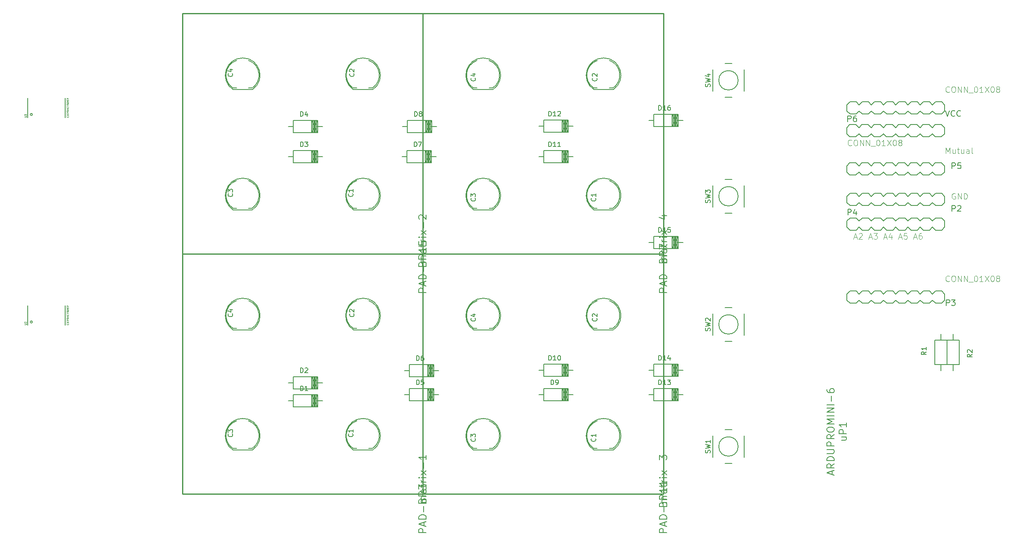
<source format=gto>
G04 #@! TF.FileFunction,Legend,Top*
%FSLAX46Y46*%
G04 Gerber Fmt 4.6, Leading zero omitted, Abs format (unit mm)*
G04 Created by KiCad (PCBNEW 4.0.4-stable) date 11/17/16 16:54:24*
%MOMM*%
%LPD*%
G01*
G04 APERTURE LIST*
%ADD10C,0.100000*%
%ADD11C,0.254000*%
%ADD12C,0.203200*%
%ADD13C,0.127000*%
%ADD14C,0.150000*%
%ADD15C,0.152400*%
%ADD16C,0.101600*%
%ADD17C,0.032512*%
G04 APERTURE END LIST*
D10*
D11*
X160000000Y-101500000D02*
X110000000Y-101500000D01*
X110000000Y-101500000D02*
X110000000Y-51500000D01*
X110000000Y-51500000D02*
X160000000Y-51500000D01*
X160000000Y-51500000D02*
X160000000Y-101500000D01*
D12*
X123750002Y-86250001D02*
G75*
G02X124500000Y-92000000I-1062501J-3062499D01*
G01*
X121250000Y-86250000D02*
G75*
G03X120500000Y-92000000I1062500J-3062500D01*
G01*
X120500000Y-92000000D02*
X121250000Y-92000000D01*
X124500000Y-92000000D02*
X123750000Y-92000000D01*
X123750002Y-61250001D02*
G75*
G02X124500000Y-67000000I-1062501J-3062499D01*
G01*
X121250000Y-61250000D02*
G75*
G03X120500000Y-67000000I1062500J-3062500D01*
G01*
X120500000Y-67000000D02*
X121250000Y-67000000D01*
X124500000Y-67000000D02*
X123750000Y-67000000D01*
X148750002Y-86250001D02*
G75*
G02X149500000Y-92000000I-1062501J-3062499D01*
G01*
X146250000Y-86250000D02*
G75*
G03X145500000Y-92000000I1062500J-3062500D01*
G01*
X145500000Y-92000000D02*
X146250000Y-92000000D01*
X149500000Y-92000000D02*
X148750000Y-92000000D01*
X148750002Y-61250001D02*
G75*
G02X149500000Y-67000000I-1062501J-3062499D01*
G01*
X146250000Y-61250000D02*
G75*
G03X145500000Y-67000000I1062500J-3062500D01*
G01*
X145500000Y-67000000D02*
X146250000Y-67000000D01*
X149500000Y-67000000D02*
X148750000Y-67000000D01*
D13*
X120535000Y-92354000D02*
X124535000Y-92354000D01*
X120535000Y-92354000D02*
G75*
G02X124535000Y-92354000I2000000J3000000D01*
G01*
X120535000Y-67335000D02*
X124535000Y-67335000D01*
X120535000Y-67335000D02*
G75*
G02X124535000Y-67335000I2000000J3000000D01*
G01*
X145554000Y-92354000D02*
X149554000Y-92354000D01*
X145554000Y-92354000D02*
G75*
G02X149554000Y-92354000I2000000J3000000D01*
G01*
X145554000Y-67335000D02*
X149554000Y-67335000D01*
X145554000Y-67335000D02*
G75*
G02X149554000Y-67335000I2000000J3000000D01*
G01*
D14*
X83044000Y-132079540D02*
X82028000Y-132079540D01*
X87870000Y-132079540D02*
X89140000Y-132079540D01*
X87616000Y-133349540D02*
X87616000Y-130809540D01*
X87362000Y-133349540D02*
X87362000Y-130809540D01*
X87108000Y-133349540D02*
X87108000Y-130809540D01*
X87870000Y-133349540D02*
X87870000Y-130809540D01*
X86854000Y-133349540D02*
X88124000Y-130809540D01*
X88124000Y-133349540D02*
X86854000Y-130809540D01*
X86854000Y-133349540D02*
X86854000Y-130809540D01*
X87489000Y-133349540D02*
X87489000Y-130809540D01*
X88124000Y-130809540D02*
X88124000Y-133349540D01*
X88124000Y-133349540D02*
X83044000Y-133349540D01*
X83044000Y-133349540D02*
X83044000Y-130809540D01*
X83044000Y-130809540D02*
X88124000Y-130809540D01*
X83044000Y-128325540D02*
X82028000Y-128325540D01*
X87870000Y-128325540D02*
X89140000Y-128325540D01*
X87616000Y-129595540D02*
X87616000Y-127055540D01*
X87362000Y-129595540D02*
X87362000Y-127055540D01*
X87108000Y-129595540D02*
X87108000Y-127055540D01*
X87870000Y-129595540D02*
X87870000Y-127055540D01*
X86854000Y-129595540D02*
X88124000Y-127055540D01*
X88124000Y-129595540D02*
X86854000Y-127055540D01*
X86854000Y-129595540D02*
X86854000Y-127055540D01*
X87489000Y-129595540D02*
X87489000Y-127055540D01*
X88124000Y-127055540D02*
X88124000Y-129595540D01*
X88124000Y-129595540D02*
X83044000Y-129595540D01*
X83044000Y-129595540D02*
X83044000Y-127055540D01*
X83044000Y-127055540D02*
X88124000Y-127055540D01*
X83044000Y-81280040D02*
X82028000Y-81280040D01*
X87870000Y-81280040D02*
X89140000Y-81280040D01*
X87616000Y-82550040D02*
X87616000Y-80010040D01*
X87362000Y-82550040D02*
X87362000Y-80010040D01*
X87108000Y-82550040D02*
X87108000Y-80010040D01*
X87870000Y-82550040D02*
X87870000Y-80010040D01*
X86854000Y-82550040D02*
X88124000Y-80010040D01*
X88124000Y-82550040D02*
X86854000Y-80010040D01*
X86854000Y-82550040D02*
X86854000Y-80010040D01*
X87489000Y-82550040D02*
X87489000Y-80010040D01*
X88124000Y-80010040D02*
X88124000Y-82550040D01*
X88124000Y-82550040D02*
X83044000Y-82550040D01*
X83044000Y-82550040D02*
X83044000Y-80010040D01*
X83044000Y-80010040D02*
X88124000Y-80010040D01*
X83044000Y-74985140D02*
X82028000Y-74985140D01*
X87870000Y-74985140D02*
X89140000Y-74985140D01*
X87616000Y-76255140D02*
X87616000Y-73715140D01*
X87362000Y-76255140D02*
X87362000Y-73715140D01*
X87108000Y-76255140D02*
X87108000Y-73715140D01*
X87870000Y-76255140D02*
X87870000Y-73715140D01*
X86854000Y-76255140D02*
X88124000Y-73715140D01*
X88124000Y-76255140D02*
X86854000Y-73715140D01*
X86854000Y-76255140D02*
X86854000Y-73715140D01*
X87489000Y-76255140D02*
X87489000Y-73715140D01*
X88124000Y-73715140D02*
X88124000Y-76255140D01*
X88124000Y-76255140D02*
X83044000Y-76255140D01*
X83044000Y-76255140D02*
X83044000Y-73715140D01*
X83044000Y-73715140D02*
X88124000Y-73715140D01*
X107174000Y-130809540D02*
X106158000Y-130809540D01*
X112000000Y-130809540D02*
X113270000Y-130809540D01*
X111746000Y-132079540D02*
X111746000Y-129539540D01*
X111492000Y-132079540D02*
X111492000Y-129539540D01*
X111238000Y-132079540D02*
X111238000Y-129539540D01*
X112000000Y-132079540D02*
X112000000Y-129539540D01*
X110984000Y-132079540D02*
X112254000Y-129539540D01*
X112254000Y-132079540D02*
X110984000Y-129539540D01*
X110984000Y-132079540D02*
X110984000Y-129539540D01*
X111619000Y-132079540D02*
X111619000Y-129539540D01*
X112254000Y-129539540D02*
X112254000Y-132079540D01*
X112254000Y-132079540D02*
X107174000Y-132079540D01*
X107174000Y-132079540D02*
X107174000Y-129539540D01*
X107174000Y-129539540D02*
X112254000Y-129539540D01*
X107174000Y-125785540D02*
X106158000Y-125785540D01*
X112000000Y-125785540D02*
X113270000Y-125785540D01*
X111746000Y-127055540D02*
X111746000Y-124515540D01*
X111492000Y-127055540D02*
X111492000Y-124515540D01*
X111238000Y-127055540D02*
X111238000Y-124515540D01*
X112000000Y-127055540D02*
X112000000Y-124515540D01*
X110984000Y-127055540D02*
X112254000Y-124515540D01*
X112254000Y-127055540D02*
X110984000Y-124515540D01*
X110984000Y-127055540D02*
X110984000Y-124515540D01*
X111619000Y-127055540D02*
X111619000Y-124515540D01*
X112254000Y-124515540D02*
X112254000Y-127055540D01*
X112254000Y-127055540D02*
X107174000Y-127055540D01*
X107174000Y-127055540D02*
X107174000Y-124515540D01*
X107174000Y-124515540D02*
X112254000Y-124515540D01*
X106680000Y-81280040D02*
X105664000Y-81280040D01*
X111506000Y-81280040D02*
X112776000Y-81280040D01*
X111252000Y-82550040D02*
X111252000Y-80010040D01*
X110998000Y-82550040D02*
X110998000Y-80010040D01*
X110744000Y-82550040D02*
X110744000Y-80010040D01*
X111506000Y-82550040D02*
X111506000Y-80010040D01*
X110490000Y-82550040D02*
X111760000Y-80010040D01*
X111760000Y-82550040D02*
X110490000Y-80010040D01*
X110490000Y-82550040D02*
X110490000Y-80010040D01*
X111125000Y-82550040D02*
X111125000Y-80010040D01*
X111760000Y-80010040D02*
X111760000Y-82550040D01*
X111760000Y-82550040D02*
X106680000Y-82550040D01*
X106680000Y-82550040D02*
X106680000Y-80010040D01*
X106680000Y-80010040D02*
X111760000Y-80010040D01*
X106765000Y-74985140D02*
X105749000Y-74985140D01*
X111591000Y-74985140D02*
X112861000Y-74985140D01*
X111337000Y-76255140D02*
X111337000Y-73715140D01*
X111083000Y-76255140D02*
X111083000Y-73715140D01*
X110829000Y-76255140D02*
X110829000Y-73715140D01*
X111591000Y-76255140D02*
X111591000Y-73715140D01*
X110575000Y-76255140D02*
X111845000Y-73715140D01*
X111845000Y-76255140D02*
X110575000Y-73715140D01*
X110575000Y-76255140D02*
X110575000Y-73715140D01*
X111210000Y-76255140D02*
X111210000Y-73715140D01*
X111845000Y-73715140D02*
X111845000Y-76255140D01*
X111845000Y-76255140D02*
X106765000Y-76255140D01*
X106765000Y-76255140D02*
X106765000Y-73715140D01*
X106765000Y-73715140D02*
X111845000Y-73715140D01*
X135114000Y-130809540D02*
X134098000Y-130809540D01*
X139940000Y-130809540D02*
X141210000Y-130809540D01*
X139686000Y-132079540D02*
X139686000Y-129539540D01*
X139432000Y-132079540D02*
X139432000Y-129539540D01*
X139178000Y-132079540D02*
X139178000Y-129539540D01*
X139940000Y-132079540D02*
X139940000Y-129539540D01*
X138924000Y-132079540D02*
X140194000Y-129539540D01*
X140194000Y-132079540D02*
X138924000Y-129539540D01*
X138924000Y-132079540D02*
X138924000Y-129539540D01*
X139559000Y-132079540D02*
X139559000Y-129539540D01*
X140194000Y-129539540D02*
X140194000Y-132079540D01*
X140194000Y-132079540D02*
X135114000Y-132079540D01*
X135114000Y-132079540D02*
X135114000Y-129539540D01*
X135114000Y-129539540D02*
X140194000Y-129539540D01*
X135114000Y-125729540D02*
X134098000Y-125729540D01*
X139940000Y-125729540D02*
X141210000Y-125729540D01*
X139686000Y-126999540D02*
X139686000Y-124459540D01*
X139432000Y-126999540D02*
X139432000Y-124459540D01*
X139178000Y-126999540D02*
X139178000Y-124459540D01*
X139940000Y-126999540D02*
X139940000Y-124459540D01*
X138924000Y-126999540D02*
X140194000Y-124459540D01*
X140194000Y-126999540D02*
X138924000Y-124459540D01*
X138924000Y-126999540D02*
X138924000Y-124459540D01*
X139559000Y-126999540D02*
X139559000Y-124459540D01*
X140194000Y-124459540D02*
X140194000Y-126999540D01*
X140194000Y-126999540D02*
X135114000Y-126999540D01*
X135114000Y-126999540D02*
X135114000Y-124459540D01*
X135114000Y-124459540D02*
X140194000Y-124459540D01*
X135114000Y-81280040D02*
X134098000Y-81280040D01*
X139940000Y-81280040D02*
X141210000Y-81280040D01*
X139686000Y-82550040D02*
X139686000Y-80010040D01*
X139432000Y-82550040D02*
X139432000Y-80010040D01*
X139178000Y-82550040D02*
X139178000Y-80010040D01*
X139940000Y-82550040D02*
X139940000Y-80010040D01*
X138924000Y-82550040D02*
X140194000Y-80010040D01*
X140194000Y-82550040D02*
X138924000Y-80010040D01*
X138924000Y-82550040D02*
X138924000Y-80010040D01*
X139559000Y-82550040D02*
X139559000Y-80010040D01*
X140194000Y-80010040D02*
X140194000Y-82550040D01*
X140194000Y-82550040D02*
X135114000Y-82550040D01*
X135114000Y-82550040D02*
X135114000Y-80010040D01*
X135114000Y-80010040D02*
X140194000Y-80010040D01*
X135114000Y-74930040D02*
X134098000Y-74930040D01*
X139940000Y-74930040D02*
X141210000Y-74930040D01*
X139686000Y-76200040D02*
X139686000Y-73660040D01*
X139432000Y-76200040D02*
X139432000Y-73660040D01*
X139178000Y-76200040D02*
X139178000Y-73660040D01*
X139940000Y-76200040D02*
X139940000Y-73660040D01*
X138924000Y-76200040D02*
X140194000Y-73660040D01*
X140194000Y-76200040D02*
X138924000Y-73660040D01*
X138924000Y-76200040D02*
X138924000Y-73660040D01*
X139559000Y-76200040D02*
X139559000Y-73660040D01*
X140194000Y-73660040D02*
X140194000Y-76200040D01*
X140194000Y-76200040D02*
X135114000Y-76200040D01*
X135114000Y-76200040D02*
X135114000Y-73660040D01*
X135114000Y-73660040D02*
X140194000Y-73660040D01*
X157974000Y-130809540D02*
X156958000Y-130809540D01*
X162800000Y-130809540D02*
X164070000Y-130809540D01*
X162546000Y-132079540D02*
X162546000Y-129539540D01*
X162292000Y-132079540D02*
X162292000Y-129539540D01*
X162038000Y-132079540D02*
X162038000Y-129539540D01*
X162800000Y-132079540D02*
X162800000Y-129539540D01*
X161784000Y-132079540D02*
X163054000Y-129539540D01*
X163054000Y-132079540D02*
X161784000Y-129539540D01*
X161784000Y-132079540D02*
X161784000Y-129539540D01*
X162419000Y-132079540D02*
X162419000Y-129539540D01*
X163054000Y-129539540D02*
X163054000Y-132079540D01*
X163054000Y-132079540D02*
X157974000Y-132079540D01*
X157974000Y-132079540D02*
X157974000Y-129539540D01*
X157974000Y-129539540D02*
X163054000Y-129539540D01*
X157974000Y-125729540D02*
X156958000Y-125729540D01*
X162800000Y-125729540D02*
X164070000Y-125729540D01*
X162546000Y-126999540D02*
X162546000Y-124459540D01*
X162292000Y-126999540D02*
X162292000Y-124459540D01*
X162038000Y-126999540D02*
X162038000Y-124459540D01*
X162800000Y-126999540D02*
X162800000Y-124459540D01*
X161784000Y-126999540D02*
X163054000Y-124459540D01*
X163054000Y-126999540D02*
X161784000Y-124459540D01*
X161784000Y-126999540D02*
X161784000Y-124459540D01*
X162419000Y-126999540D02*
X162419000Y-124459540D01*
X163054000Y-124459540D02*
X163054000Y-126999540D01*
X163054000Y-126999540D02*
X157974000Y-126999540D01*
X157974000Y-126999540D02*
X157974000Y-124459540D01*
X157974000Y-124459540D02*
X163054000Y-124459540D01*
X157974000Y-99115140D02*
X156958000Y-99115140D01*
X162800000Y-99115140D02*
X164070000Y-99115140D01*
X162546000Y-100385140D02*
X162546000Y-97845140D01*
X162292000Y-100385140D02*
X162292000Y-97845140D01*
X162038000Y-100385140D02*
X162038000Y-97845140D01*
X162800000Y-100385140D02*
X162800000Y-97845140D01*
X161784000Y-100385140D02*
X163054000Y-97845140D01*
X163054000Y-100385140D02*
X161784000Y-97845140D01*
X161784000Y-100385140D02*
X161784000Y-97845140D01*
X162419000Y-100385140D02*
X162419000Y-97845140D01*
X163054000Y-97845140D02*
X163054000Y-100385140D01*
X163054000Y-100385140D02*
X157974000Y-100385140D01*
X157974000Y-100385140D02*
X157974000Y-97845140D01*
X157974000Y-97845140D02*
X163054000Y-97845140D01*
X157974000Y-73715140D02*
X156958000Y-73715140D01*
X162800000Y-73715140D02*
X164070000Y-73715140D01*
X162546000Y-74985140D02*
X162546000Y-72445140D01*
X162292000Y-74985140D02*
X162292000Y-72445140D01*
X162038000Y-74985140D02*
X162038000Y-72445140D01*
X162800000Y-74985140D02*
X162800000Y-72445140D01*
X161784000Y-74985140D02*
X163054000Y-72445140D01*
X163054000Y-74985140D02*
X161784000Y-72445140D01*
X161784000Y-74985140D02*
X161784000Y-72445140D01*
X162419000Y-74985140D02*
X162419000Y-72445140D01*
X163054000Y-72445140D02*
X163054000Y-74985140D01*
X163054000Y-74985140D02*
X157974000Y-74985140D01*
X157974000Y-74985140D02*
X157974000Y-72445140D01*
X157974000Y-72445140D02*
X163054000Y-72445140D01*
D12*
X202565000Y-72390000D02*
X201295000Y-72390000D01*
X201295000Y-72390000D02*
X200660000Y-71755000D01*
X200660000Y-70485000D02*
X201295000Y-69850000D01*
X205740000Y-71755000D02*
X205105000Y-72390000D01*
X205105000Y-72390000D02*
X203835000Y-72390000D01*
X203835000Y-72390000D02*
X203200000Y-71755000D01*
X203200000Y-70485000D02*
X203835000Y-69850000D01*
X203835000Y-69850000D02*
X205105000Y-69850000D01*
X205105000Y-69850000D02*
X205740000Y-70485000D01*
X202565000Y-72390000D02*
X203200000Y-71755000D01*
X203200000Y-70485000D02*
X202565000Y-69850000D01*
X201295000Y-69850000D02*
X202565000Y-69850000D01*
X210185000Y-72390000D02*
X208915000Y-72390000D01*
X208915000Y-72390000D02*
X208280000Y-71755000D01*
X208280000Y-70485000D02*
X208915000Y-69850000D01*
X208280000Y-71755000D02*
X207645000Y-72390000D01*
X207645000Y-72390000D02*
X206375000Y-72390000D01*
X206375000Y-72390000D02*
X205740000Y-71755000D01*
X205740000Y-70485000D02*
X206375000Y-69850000D01*
X206375000Y-69850000D02*
X207645000Y-69850000D01*
X207645000Y-69850000D02*
X208280000Y-70485000D01*
X213360000Y-71755000D02*
X212725000Y-72390000D01*
X212725000Y-72390000D02*
X211455000Y-72390000D01*
X211455000Y-72390000D02*
X210820000Y-71755000D01*
X210820000Y-70485000D02*
X211455000Y-69850000D01*
X211455000Y-69850000D02*
X212725000Y-69850000D01*
X212725000Y-69850000D02*
X213360000Y-70485000D01*
X210185000Y-72390000D02*
X210820000Y-71755000D01*
X210820000Y-70485000D02*
X210185000Y-69850000D01*
X208915000Y-69850000D02*
X210185000Y-69850000D01*
X217805000Y-72390000D02*
X216535000Y-72390000D01*
X216535000Y-72390000D02*
X215900000Y-71755000D01*
X215900000Y-70485000D02*
X216535000Y-69850000D01*
X215900000Y-71755000D02*
X215265000Y-72390000D01*
X215265000Y-72390000D02*
X213995000Y-72390000D01*
X213995000Y-72390000D02*
X213360000Y-71755000D01*
X213360000Y-70485000D02*
X213995000Y-69850000D01*
X213995000Y-69850000D02*
X215265000Y-69850000D01*
X215265000Y-69850000D02*
X215900000Y-70485000D01*
X218440000Y-71755000D02*
X218440000Y-70485000D01*
X217805000Y-72390000D02*
X218440000Y-71755000D01*
X218440000Y-70485000D02*
X217805000Y-69850000D01*
X216535000Y-69850000D02*
X217805000Y-69850000D01*
X200025000Y-72390000D02*
X198755000Y-72390000D01*
X198755000Y-72390000D02*
X198120000Y-71755000D01*
X198120000Y-71755000D02*
X198120000Y-70485000D01*
X198120000Y-70485000D02*
X198755000Y-69850000D01*
X200025000Y-72390000D02*
X200660000Y-71755000D01*
X200660000Y-70485000D02*
X200025000Y-69850000D01*
X198755000Y-69850000D02*
X200025000Y-69850000D01*
X202565000Y-91440000D02*
X201295000Y-91440000D01*
X201295000Y-91440000D02*
X200660000Y-90805000D01*
X200660000Y-89535000D02*
X201295000Y-88900000D01*
X205740000Y-90805000D02*
X205105000Y-91440000D01*
X205105000Y-91440000D02*
X203835000Y-91440000D01*
X203835000Y-91440000D02*
X203200000Y-90805000D01*
X203200000Y-89535000D02*
X203835000Y-88900000D01*
X203835000Y-88900000D02*
X205105000Y-88900000D01*
X205105000Y-88900000D02*
X205740000Y-89535000D01*
X202565000Y-91440000D02*
X203200000Y-90805000D01*
X203200000Y-89535000D02*
X202565000Y-88900000D01*
X201295000Y-88900000D02*
X202565000Y-88900000D01*
X210185000Y-91440000D02*
X208915000Y-91440000D01*
X208915000Y-91440000D02*
X208280000Y-90805000D01*
X208280000Y-89535000D02*
X208915000Y-88900000D01*
X208280000Y-90805000D02*
X207645000Y-91440000D01*
X207645000Y-91440000D02*
X206375000Y-91440000D01*
X206375000Y-91440000D02*
X205740000Y-90805000D01*
X205740000Y-89535000D02*
X206375000Y-88900000D01*
X206375000Y-88900000D02*
X207645000Y-88900000D01*
X207645000Y-88900000D02*
X208280000Y-89535000D01*
X213360000Y-90805000D02*
X212725000Y-91440000D01*
X212725000Y-91440000D02*
X211455000Y-91440000D01*
X211455000Y-91440000D02*
X210820000Y-90805000D01*
X210820000Y-89535000D02*
X211455000Y-88900000D01*
X211455000Y-88900000D02*
X212725000Y-88900000D01*
X212725000Y-88900000D02*
X213360000Y-89535000D01*
X210185000Y-91440000D02*
X210820000Y-90805000D01*
X210820000Y-89535000D02*
X210185000Y-88900000D01*
X208915000Y-88900000D02*
X210185000Y-88900000D01*
X217805000Y-91440000D02*
X216535000Y-91440000D01*
X216535000Y-91440000D02*
X215900000Y-90805000D01*
X215900000Y-89535000D02*
X216535000Y-88900000D01*
X215900000Y-90805000D02*
X215265000Y-91440000D01*
X215265000Y-91440000D02*
X213995000Y-91440000D01*
X213995000Y-91440000D02*
X213360000Y-90805000D01*
X213360000Y-89535000D02*
X213995000Y-88900000D01*
X213995000Y-88900000D02*
X215265000Y-88900000D01*
X215265000Y-88900000D02*
X215900000Y-89535000D01*
X218440000Y-90805000D02*
X218440000Y-89535000D01*
X217805000Y-91440000D02*
X218440000Y-90805000D01*
X218440000Y-89535000D02*
X217805000Y-88900000D01*
X216535000Y-88900000D02*
X217805000Y-88900000D01*
X200025000Y-91440000D02*
X198755000Y-91440000D01*
X198755000Y-91440000D02*
X198120000Y-90805000D01*
X198120000Y-90805000D02*
X198120000Y-89535000D01*
X198120000Y-89535000D02*
X198755000Y-88900000D01*
X200025000Y-91440000D02*
X200660000Y-90805000D01*
X200660000Y-89535000D02*
X200025000Y-88900000D01*
X198755000Y-88900000D02*
X200025000Y-88900000D01*
X202565000Y-111760000D02*
X201295000Y-111760000D01*
X201295000Y-111760000D02*
X200660000Y-111125000D01*
X200660000Y-109855000D02*
X201295000Y-109220000D01*
X205740000Y-111125000D02*
X205105000Y-111760000D01*
X205105000Y-111760000D02*
X203835000Y-111760000D01*
X203835000Y-111760000D02*
X203200000Y-111125000D01*
X203200000Y-109855000D02*
X203835000Y-109220000D01*
X203835000Y-109220000D02*
X205105000Y-109220000D01*
X205105000Y-109220000D02*
X205740000Y-109855000D01*
X202565000Y-111760000D02*
X203200000Y-111125000D01*
X203200000Y-109855000D02*
X202565000Y-109220000D01*
X201295000Y-109220000D02*
X202565000Y-109220000D01*
X210185000Y-111760000D02*
X208915000Y-111760000D01*
X208915000Y-111760000D02*
X208280000Y-111125000D01*
X208280000Y-109855000D02*
X208915000Y-109220000D01*
X208280000Y-111125000D02*
X207645000Y-111760000D01*
X207645000Y-111760000D02*
X206375000Y-111760000D01*
X206375000Y-111760000D02*
X205740000Y-111125000D01*
X205740000Y-109855000D02*
X206375000Y-109220000D01*
X206375000Y-109220000D02*
X207645000Y-109220000D01*
X207645000Y-109220000D02*
X208280000Y-109855000D01*
X213360000Y-111125000D02*
X212725000Y-111760000D01*
X212725000Y-111760000D02*
X211455000Y-111760000D01*
X211455000Y-111760000D02*
X210820000Y-111125000D01*
X210820000Y-109855000D02*
X211455000Y-109220000D01*
X211455000Y-109220000D02*
X212725000Y-109220000D01*
X212725000Y-109220000D02*
X213360000Y-109855000D01*
X210185000Y-111760000D02*
X210820000Y-111125000D01*
X210820000Y-109855000D02*
X210185000Y-109220000D01*
X208915000Y-109220000D02*
X210185000Y-109220000D01*
X217805000Y-111760000D02*
X216535000Y-111760000D01*
X216535000Y-111760000D02*
X215900000Y-111125000D01*
X215900000Y-109855000D02*
X216535000Y-109220000D01*
X215900000Y-111125000D02*
X215265000Y-111760000D01*
X215265000Y-111760000D02*
X213995000Y-111760000D01*
X213995000Y-111760000D02*
X213360000Y-111125000D01*
X213360000Y-109855000D02*
X213995000Y-109220000D01*
X213995000Y-109220000D02*
X215265000Y-109220000D01*
X215265000Y-109220000D02*
X215900000Y-109855000D01*
X218440000Y-111125000D02*
X218440000Y-109855000D01*
X217805000Y-111760000D02*
X218440000Y-111125000D01*
X218440000Y-109855000D02*
X217805000Y-109220000D01*
X216535000Y-109220000D02*
X217805000Y-109220000D01*
X200025000Y-111760000D02*
X198755000Y-111760000D01*
X198755000Y-111760000D02*
X198120000Y-111125000D01*
X198120000Y-111125000D02*
X198120000Y-109855000D01*
X198120000Y-109855000D02*
X198755000Y-109220000D01*
X200025000Y-111760000D02*
X200660000Y-111125000D01*
X200660000Y-109855000D02*
X200025000Y-109220000D01*
X198755000Y-109220000D02*
X200025000Y-109220000D01*
X213995000Y-94035200D02*
X215265000Y-94035200D01*
X215265000Y-94035200D02*
X215900000Y-94670200D01*
X215900000Y-95940200D02*
X215265000Y-96575200D01*
X210820000Y-94670200D02*
X211455000Y-94035200D01*
X211455000Y-94035200D02*
X212725000Y-94035200D01*
X212725000Y-94035200D02*
X213360000Y-94670200D01*
X213360000Y-95940200D02*
X212725000Y-96575200D01*
X212725000Y-96575200D02*
X211455000Y-96575200D01*
X211455000Y-96575200D02*
X210820000Y-95940200D01*
X213995000Y-94035200D02*
X213360000Y-94670200D01*
X213360000Y-95940200D02*
X213995000Y-96575200D01*
X215265000Y-96575200D02*
X213995000Y-96575200D01*
X206375000Y-94035200D02*
X207645000Y-94035200D01*
X207645000Y-94035200D02*
X208280000Y-94670200D01*
X208280000Y-95940200D02*
X207645000Y-96575200D01*
X208280000Y-94670200D02*
X208915000Y-94035200D01*
X208915000Y-94035200D02*
X210185000Y-94035200D01*
X210185000Y-94035200D02*
X210820000Y-94670200D01*
X210820000Y-95940200D02*
X210185000Y-96575200D01*
X210185000Y-96575200D02*
X208915000Y-96575200D01*
X208915000Y-96575200D02*
X208280000Y-95940200D01*
X203200000Y-94670200D02*
X203835000Y-94035200D01*
X203835000Y-94035200D02*
X205105000Y-94035200D01*
X205105000Y-94035200D02*
X205740000Y-94670200D01*
X205740000Y-95940200D02*
X205105000Y-96575200D01*
X205105000Y-96575200D02*
X203835000Y-96575200D01*
X203835000Y-96575200D02*
X203200000Y-95940200D01*
X206375000Y-94035200D02*
X205740000Y-94670200D01*
X205740000Y-95940200D02*
X206375000Y-96575200D01*
X207645000Y-96575200D02*
X206375000Y-96575200D01*
X198755000Y-94035200D02*
X200025000Y-94035200D01*
X200025000Y-94035200D02*
X200660000Y-94670200D01*
X200660000Y-95940200D02*
X200025000Y-96575200D01*
X200660000Y-94670200D02*
X201295000Y-94035200D01*
X201295000Y-94035200D02*
X202565000Y-94035200D01*
X202565000Y-94035200D02*
X203200000Y-94670200D01*
X203200000Y-95940200D02*
X202565000Y-96575200D01*
X202565000Y-96575200D02*
X201295000Y-96575200D01*
X201295000Y-96575200D02*
X200660000Y-95940200D01*
X198120000Y-94670200D02*
X198120000Y-95940200D01*
X198755000Y-94035200D02*
X198120000Y-94670200D01*
X198120000Y-95940200D02*
X198755000Y-96575200D01*
X200025000Y-96575200D02*
X198755000Y-96575200D01*
X216535000Y-94035200D02*
X217805000Y-94035200D01*
X217805000Y-94035200D02*
X218440000Y-94670200D01*
X218440000Y-94670200D02*
X218440000Y-95940200D01*
X218440000Y-95940200D02*
X217805000Y-96575200D01*
X216535000Y-94035200D02*
X215900000Y-94670200D01*
X215900000Y-95940200D02*
X216535000Y-96575200D01*
X217805000Y-96575200D02*
X216535000Y-96575200D01*
X202555000Y-85090000D02*
X201285000Y-85090000D01*
X201285000Y-85090000D02*
X200650000Y-84455000D01*
X200650000Y-83185000D02*
X201285000Y-82550000D01*
X205730000Y-84455000D02*
X205095000Y-85090000D01*
X205095000Y-85090000D02*
X203825000Y-85090000D01*
X203825000Y-85090000D02*
X203190000Y-84455000D01*
X203190000Y-83185000D02*
X203825000Y-82550000D01*
X203825000Y-82550000D02*
X205095000Y-82550000D01*
X205095000Y-82550000D02*
X205730000Y-83185000D01*
X202555000Y-85090000D02*
X203190000Y-84455000D01*
X203190000Y-83185000D02*
X202555000Y-82550000D01*
X201285000Y-82550000D02*
X202555000Y-82550000D01*
X210175000Y-85090000D02*
X208905000Y-85090000D01*
X208905000Y-85090000D02*
X208270000Y-84455000D01*
X208270000Y-83185000D02*
X208905000Y-82550000D01*
X208270000Y-84455000D02*
X207635000Y-85090000D01*
X207635000Y-85090000D02*
X206365000Y-85090000D01*
X206365000Y-85090000D02*
X205730000Y-84455000D01*
X205730000Y-83185000D02*
X206365000Y-82550000D01*
X206365000Y-82550000D02*
X207635000Y-82550000D01*
X207635000Y-82550000D02*
X208270000Y-83185000D01*
X213350000Y-84455000D02*
X212715000Y-85090000D01*
X212715000Y-85090000D02*
X211445000Y-85090000D01*
X211445000Y-85090000D02*
X210810000Y-84455000D01*
X210810000Y-83185000D02*
X211445000Y-82550000D01*
X211445000Y-82550000D02*
X212715000Y-82550000D01*
X212715000Y-82550000D02*
X213350000Y-83185000D01*
X210175000Y-85090000D02*
X210810000Y-84455000D01*
X210810000Y-83185000D02*
X210175000Y-82550000D01*
X208905000Y-82550000D02*
X210175000Y-82550000D01*
X217795000Y-85090000D02*
X216525000Y-85090000D01*
X216525000Y-85090000D02*
X215890000Y-84455000D01*
X215890000Y-83185000D02*
X216525000Y-82550000D01*
X215890000Y-84455000D02*
X215255000Y-85090000D01*
X215255000Y-85090000D02*
X213985000Y-85090000D01*
X213985000Y-85090000D02*
X213350000Y-84455000D01*
X213350000Y-83185000D02*
X213985000Y-82550000D01*
X213985000Y-82550000D02*
X215255000Y-82550000D01*
X215255000Y-82550000D02*
X215890000Y-83185000D01*
X218430000Y-84455000D02*
X218430000Y-83185000D01*
X217795000Y-85090000D02*
X218430000Y-84455000D01*
X218430000Y-83185000D02*
X217795000Y-82550000D01*
X216525000Y-82550000D02*
X217795000Y-82550000D01*
X200015000Y-85090000D02*
X198745000Y-85090000D01*
X198745000Y-85090000D02*
X198110000Y-84455000D01*
X198110000Y-84455000D02*
X198110000Y-83185000D01*
X198110000Y-83185000D02*
X198745000Y-82550000D01*
X200015000Y-85090000D02*
X200650000Y-84455000D01*
X200650000Y-83185000D02*
X200015000Y-82550000D01*
X198745000Y-82550000D02*
X200015000Y-82550000D01*
X213985000Y-74603800D02*
X215255000Y-74603800D01*
X215255000Y-74603800D02*
X215890000Y-75238800D01*
X215890000Y-76508800D02*
X215255000Y-77143800D01*
X210810000Y-75238800D02*
X211445000Y-74603800D01*
X211445000Y-74603800D02*
X212715000Y-74603800D01*
X212715000Y-74603800D02*
X213350000Y-75238800D01*
X213350000Y-76508800D02*
X212715000Y-77143800D01*
X212715000Y-77143800D02*
X211445000Y-77143800D01*
X211445000Y-77143800D02*
X210810000Y-76508800D01*
X213985000Y-74603800D02*
X213350000Y-75238800D01*
X213350000Y-76508800D02*
X213985000Y-77143800D01*
X215255000Y-77143800D02*
X213985000Y-77143800D01*
X206365000Y-74603800D02*
X207635000Y-74603800D01*
X207635000Y-74603800D02*
X208270000Y-75238800D01*
X208270000Y-76508800D02*
X207635000Y-77143800D01*
X208270000Y-75238800D02*
X208905000Y-74603800D01*
X208905000Y-74603800D02*
X210175000Y-74603800D01*
X210175000Y-74603800D02*
X210810000Y-75238800D01*
X210810000Y-76508800D02*
X210175000Y-77143800D01*
X210175000Y-77143800D02*
X208905000Y-77143800D01*
X208905000Y-77143800D02*
X208270000Y-76508800D01*
X203190000Y-75238800D02*
X203825000Y-74603800D01*
X203825000Y-74603800D02*
X205095000Y-74603800D01*
X205095000Y-74603800D02*
X205730000Y-75238800D01*
X205730000Y-76508800D02*
X205095000Y-77143800D01*
X205095000Y-77143800D02*
X203825000Y-77143800D01*
X203825000Y-77143800D02*
X203190000Y-76508800D01*
X206365000Y-74603800D02*
X205730000Y-75238800D01*
X205730000Y-76508800D02*
X206365000Y-77143800D01*
X207635000Y-77143800D02*
X206365000Y-77143800D01*
X198745000Y-74603800D02*
X200015000Y-74603800D01*
X200015000Y-74603800D02*
X200650000Y-75238800D01*
X200650000Y-76508800D02*
X200015000Y-77143800D01*
X200650000Y-75238800D02*
X201285000Y-74603800D01*
X201285000Y-74603800D02*
X202555000Y-74603800D01*
X202555000Y-74603800D02*
X203190000Y-75238800D01*
X203190000Y-76508800D02*
X202555000Y-77143800D01*
X202555000Y-77143800D02*
X201285000Y-77143800D01*
X201285000Y-77143800D02*
X200650000Y-76508800D01*
X198110000Y-75238800D02*
X198110000Y-76508800D01*
X198745000Y-74603800D02*
X198110000Y-75238800D01*
X198110000Y-76508800D02*
X198745000Y-77143800D01*
X200015000Y-77143800D02*
X198745000Y-77143800D01*
X216525000Y-74603800D02*
X217795000Y-74603800D01*
X217795000Y-74603800D02*
X218430000Y-75238800D01*
X218430000Y-75238800D02*
X218430000Y-76508800D01*
X218430000Y-76508800D02*
X217795000Y-77143800D01*
X216525000Y-74603800D02*
X215890000Y-75238800D01*
X215890000Y-76508800D02*
X216525000Y-77143800D01*
X217795000Y-77143800D02*
X216525000Y-77143800D01*
D11*
X110000000Y-151500000D02*
X60000000Y-151500000D01*
X60000000Y-151500000D02*
X60000000Y-101500000D01*
X60000000Y-101500000D02*
X110000000Y-101500000D01*
X110000000Y-101500000D02*
X110000000Y-151500000D01*
D12*
X73750002Y-136250001D02*
G75*
G02X74500000Y-142000000I-1062501J-3062499D01*
G01*
X71250000Y-136250000D02*
G75*
G03X70500000Y-142000000I1062500J-3062500D01*
G01*
X70500000Y-142000000D02*
X71250000Y-142000000D01*
X74500000Y-142000000D02*
X73750000Y-142000000D01*
X73750002Y-111250001D02*
G75*
G02X74500000Y-117000000I-1062501J-3062499D01*
G01*
X71250000Y-111250000D02*
G75*
G03X70500000Y-117000000I1062500J-3062500D01*
G01*
X70500000Y-117000000D02*
X71250000Y-117000000D01*
X74500000Y-117000000D02*
X73750000Y-117000000D01*
X98750002Y-136250001D02*
G75*
G02X99500000Y-142000000I-1062501J-3062499D01*
G01*
X96250000Y-136250000D02*
G75*
G03X95500000Y-142000000I1062500J-3062500D01*
G01*
X95500000Y-142000000D02*
X96250000Y-142000000D01*
X99500000Y-142000000D02*
X98750000Y-142000000D01*
X98750002Y-111250001D02*
G75*
G02X99500000Y-117000000I-1062501J-3062499D01*
G01*
X96250000Y-111250000D02*
G75*
G03X95500000Y-117000000I1062500J-3062500D01*
G01*
X95500000Y-117000000D02*
X96250000Y-117000000D01*
X99500000Y-117000000D02*
X98750000Y-117000000D01*
D13*
X70535000Y-142354000D02*
X74535000Y-142354000D01*
X70535000Y-142354000D02*
G75*
G02X74535000Y-142354000I2000000J3000000D01*
G01*
X70535000Y-117335000D02*
X74535000Y-117335000D01*
X70535000Y-117335000D02*
G75*
G02X74535000Y-117335000I2000000J3000000D01*
G01*
X95554000Y-142354000D02*
X99554000Y-142354000D01*
X95554000Y-142354000D02*
G75*
G02X99554000Y-142354000I2000000J3000000D01*
G01*
X95554000Y-117335000D02*
X99554000Y-117335000D01*
X95554000Y-117335000D02*
G75*
G02X99554000Y-117335000I2000000J3000000D01*
G01*
D11*
X110000000Y-101500000D02*
X60000000Y-101500000D01*
X60000000Y-101500000D02*
X60000000Y-51500000D01*
X60000000Y-51500000D02*
X110000000Y-51500000D01*
X110000000Y-51500000D02*
X110000000Y-101500000D01*
D12*
X73750002Y-86250001D02*
G75*
G02X74500000Y-92000000I-1062501J-3062499D01*
G01*
X71250000Y-86250000D02*
G75*
G03X70500000Y-92000000I1062500J-3062500D01*
G01*
X70500000Y-92000000D02*
X71250000Y-92000000D01*
X74500000Y-92000000D02*
X73750000Y-92000000D01*
X73750002Y-61250001D02*
G75*
G02X74500000Y-67000000I-1062501J-3062499D01*
G01*
X71250000Y-61250000D02*
G75*
G03X70500000Y-67000000I1062500J-3062500D01*
G01*
X70500000Y-67000000D02*
X71250000Y-67000000D01*
X74500000Y-67000000D02*
X73750000Y-67000000D01*
X98750002Y-86250001D02*
G75*
G02X99500000Y-92000000I-1062501J-3062499D01*
G01*
X96250000Y-86250000D02*
G75*
G03X95500000Y-92000000I1062500J-3062500D01*
G01*
X95500000Y-92000000D02*
X96250000Y-92000000D01*
X99500000Y-92000000D02*
X98750000Y-92000000D01*
X98750002Y-61250001D02*
G75*
G02X99500000Y-67000000I-1062501J-3062499D01*
G01*
X96250000Y-61250000D02*
G75*
G03X95500000Y-67000000I1062500J-3062500D01*
G01*
X95500000Y-67000000D02*
X96250000Y-67000000D01*
X99500000Y-67000000D02*
X98750000Y-67000000D01*
D13*
X70535000Y-92354000D02*
X74535000Y-92354000D01*
X70535000Y-92354000D02*
G75*
G02X74535000Y-92354000I2000000J3000000D01*
G01*
X70535000Y-67335000D02*
X74535000Y-67335000D01*
X70535000Y-67335000D02*
G75*
G02X74535000Y-67335000I2000000J3000000D01*
G01*
X95554000Y-92354000D02*
X99554000Y-92354000D01*
X95554000Y-92354000D02*
G75*
G02X99554000Y-92354000I2000000J3000000D01*
G01*
X95554000Y-67335000D02*
X99554000Y-67335000D01*
X95554000Y-67335000D02*
G75*
G02X99554000Y-67335000I2000000J3000000D01*
G01*
D11*
X160000000Y-151500000D02*
X110000000Y-151500000D01*
X110000000Y-151500000D02*
X110000000Y-101500000D01*
X110000000Y-101500000D02*
X160000000Y-101500000D01*
X160000000Y-101500000D02*
X160000000Y-151500000D01*
D12*
X123750002Y-136250001D02*
G75*
G02X124500000Y-142000000I-1062501J-3062499D01*
G01*
X121250000Y-136250000D02*
G75*
G03X120500000Y-142000000I1062500J-3062500D01*
G01*
X120500000Y-142000000D02*
X121250000Y-142000000D01*
X124500000Y-142000000D02*
X123750000Y-142000000D01*
X123750002Y-111250001D02*
G75*
G02X124500000Y-117000000I-1062501J-3062499D01*
G01*
X121250000Y-111250000D02*
G75*
G03X120500000Y-117000000I1062500J-3062500D01*
G01*
X120500000Y-117000000D02*
X121250000Y-117000000D01*
X124500000Y-117000000D02*
X123750000Y-117000000D01*
X148750002Y-136250001D02*
G75*
G02X149500000Y-142000000I-1062501J-3062499D01*
G01*
X146250000Y-136250000D02*
G75*
G03X145500000Y-142000000I1062500J-3062500D01*
G01*
X145500000Y-142000000D02*
X146250000Y-142000000D01*
X149500000Y-142000000D02*
X148750000Y-142000000D01*
X148750002Y-111250001D02*
G75*
G02X149500000Y-117000000I-1062501J-3062499D01*
G01*
X146250000Y-111250000D02*
G75*
G03X145500000Y-117000000I1062500J-3062500D01*
G01*
X145500000Y-117000000D02*
X146250000Y-117000000D01*
X149500000Y-117000000D02*
X148750000Y-117000000D01*
D13*
X120535000Y-142354000D02*
X124535000Y-142354000D01*
X120535000Y-142354000D02*
G75*
G02X124535000Y-142354000I2000000J3000000D01*
G01*
X120535000Y-117335000D02*
X124535000Y-117335000D01*
X120535000Y-117335000D02*
G75*
G02X124535000Y-117335000I2000000J3000000D01*
G01*
X145554000Y-142354000D02*
X149554000Y-142354000D01*
X145554000Y-142354000D02*
G75*
G02X149554000Y-142354000I2000000J3000000D01*
G01*
X145554000Y-117335000D02*
X149554000Y-117335000D01*
X145554000Y-117335000D02*
G75*
G02X149554000Y-117335000I2000000J3000000D01*
G01*
D14*
X216394000Y-124515000D02*
X216394000Y-119435000D01*
X216394000Y-119435000D02*
X218934000Y-119435000D01*
X218934000Y-119435000D02*
X218934000Y-124515000D01*
X218934000Y-124515000D02*
X216394000Y-124515000D01*
X217664000Y-124515000D02*
X217664000Y-125785000D01*
X217664000Y-119435000D02*
X217664000Y-118165000D01*
X221474000Y-119435000D02*
X221474000Y-124515000D01*
X221474000Y-124515000D02*
X218934000Y-124515000D01*
X218934000Y-124515000D02*
X218934000Y-119435000D01*
X218934000Y-119435000D02*
X221474000Y-119435000D01*
X220204000Y-119435000D02*
X220204000Y-118165000D01*
X220204000Y-124515000D02*
X220204000Y-125785000D01*
X175519564Y-141585000D02*
G75*
G03X175519564Y-141585000I-2015564J0D01*
G01*
X176754000Y-143835000D02*
X176754000Y-139335000D01*
X172754000Y-145085000D02*
X174254000Y-145085000D01*
X170254000Y-139335000D02*
X170254000Y-143835000D01*
X174254000Y-138085000D02*
X172754000Y-138085000D01*
X175519564Y-116185000D02*
G75*
G03X175519564Y-116185000I-2015564J0D01*
G01*
X176754000Y-118435000D02*
X176754000Y-113935000D01*
X172754000Y-119685000D02*
X174254000Y-119685000D01*
X170254000Y-113935000D02*
X170254000Y-118435000D01*
X174254000Y-112685000D02*
X172754000Y-112685000D01*
X175519564Y-89515200D02*
G75*
G03X175519564Y-89515200I-2015564J0D01*
G01*
X176754000Y-91765200D02*
X176754000Y-87265200D01*
X172754000Y-93015200D02*
X174254000Y-93015200D01*
X170254000Y-87265200D02*
X170254000Y-91765200D01*
X174254000Y-86015200D02*
X172754000Y-86015200D01*
X175519564Y-65385200D02*
G75*
G03X175519564Y-65385200I-2015564J0D01*
G01*
X176754000Y-67635200D02*
X176754000Y-63135200D01*
X172754000Y-68885200D02*
X174254000Y-68885200D01*
X170254000Y-63135200D02*
X170254000Y-67635200D01*
X174254000Y-61885200D02*
X172754000Y-61885200D01*
D12*
X27850000Y-116300000D02*
X27850000Y-112300000D01*
X35650000Y-112300000D02*
X35650000Y-116300000D01*
X28817100Y-115678000D02*
G75*
G03X28817100Y-115678000I-223100J0D01*
G01*
X27850000Y-73120000D02*
X27850000Y-69120000D01*
X35650000Y-69120000D02*
X35650000Y-73120000D01*
X28817100Y-72498000D02*
G75*
G03X28817100Y-72498000I-223100J0D01*
G01*
D14*
X160689429Y-109519143D02*
X159165429Y-109519143D01*
X159165429Y-108938571D01*
X159238000Y-108793429D01*
X159310571Y-108720857D01*
X159455714Y-108648286D01*
X159673429Y-108648286D01*
X159818571Y-108720857D01*
X159891143Y-108793429D01*
X159963714Y-108938571D01*
X159963714Y-109519143D01*
X160254000Y-108067714D02*
X160254000Y-107342000D01*
X160689429Y-108212857D02*
X159165429Y-107704857D01*
X160689429Y-107196857D01*
X160689429Y-106688857D02*
X159165429Y-106688857D01*
X159165429Y-106326000D01*
X159238000Y-106108285D01*
X159383143Y-105963143D01*
X159528286Y-105890571D01*
X159818571Y-105818000D01*
X160036286Y-105818000D01*
X160326571Y-105890571D01*
X160471714Y-105963143D01*
X160616857Y-106108285D01*
X160689429Y-106326000D01*
X160689429Y-106688857D01*
X160108857Y-105164857D02*
X160108857Y-104003714D01*
X160689429Y-103278000D02*
X159673429Y-103278000D01*
X159818571Y-103278000D02*
X159746000Y-103205428D01*
X159673429Y-103060286D01*
X159673429Y-102842571D01*
X159746000Y-102697428D01*
X159891143Y-102624857D01*
X160689429Y-102624857D01*
X159891143Y-102624857D02*
X159746000Y-102552286D01*
X159673429Y-102407143D01*
X159673429Y-102189428D01*
X159746000Y-102044286D01*
X159891143Y-101971714D01*
X160689429Y-101971714D01*
X160689429Y-100592857D02*
X159891143Y-100592857D01*
X159746000Y-100665428D01*
X159673429Y-100810571D01*
X159673429Y-101100857D01*
X159746000Y-101246000D01*
X160616857Y-100592857D02*
X160689429Y-100738000D01*
X160689429Y-101100857D01*
X160616857Y-101246000D01*
X160471714Y-101318571D01*
X160326571Y-101318571D01*
X160181429Y-101246000D01*
X160108857Y-101100857D01*
X160108857Y-100738000D01*
X160036286Y-100592857D01*
X159673429Y-100084857D02*
X159673429Y-99504286D01*
X159165429Y-99867143D02*
X160471714Y-99867143D01*
X160616857Y-99794571D01*
X160689429Y-99649429D01*
X160689429Y-99504286D01*
X160689429Y-98996286D02*
X159673429Y-98996286D01*
X159963714Y-98996286D02*
X159818571Y-98923714D01*
X159746000Y-98851143D01*
X159673429Y-98706000D01*
X159673429Y-98560857D01*
X160689429Y-98052857D02*
X159673429Y-98052857D01*
X159165429Y-98052857D02*
X159238000Y-98125428D01*
X159310571Y-98052857D01*
X159238000Y-97980285D01*
X159165429Y-98052857D01*
X159310571Y-98052857D01*
X160689429Y-97472286D02*
X159673429Y-96674000D01*
X159673429Y-97472286D02*
X160689429Y-96674000D01*
X160108857Y-96093429D02*
X160108857Y-94932286D01*
X159673429Y-93553429D02*
X160689429Y-93553429D01*
X159092857Y-93916286D02*
X160181429Y-94279143D01*
X160181429Y-93335715D01*
X159891143Y-102878857D02*
X159963714Y-102661143D01*
X160036286Y-102588571D01*
X160181429Y-102516000D01*
X160399143Y-102516000D01*
X160544286Y-102588571D01*
X160616857Y-102661143D01*
X160689429Y-102806285D01*
X160689429Y-103386857D01*
X159165429Y-103386857D01*
X159165429Y-102878857D01*
X159238000Y-102733714D01*
X159310571Y-102661143D01*
X159455714Y-102588571D01*
X159600857Y-102588571D01*
X159746000Y-102661143D01*
X159818571Y-102733714D01*
X159891143Y-102878857D01*
X159891143Y-103386857D01*
X160689429Y-101862857D02*
X159165429Y-101862857D01*
X159165429Y-101282285D01*
X159238000Y-101137143D01*
X159310571Y-101064571D01*
X159455714Y-100992000D01*
X159673429Y-100992000D01*
X159818571Y-101064571D01*
X159891143Y-101137143D01*
X159963714Y-101282285D01*
X159963714Y-101862857D01*
X159165429Y-100484000D02*
X159165429Y-99468000D01*
X160689429Y-100121143D01*
D15*
X120844714Y-89910867D02*
X120890676Y-89956829D01*
X120936638Y-90094714D01*
X120936638Y-90186638D01*
X120890676Y-90324524D01*
X120798752Y-90416448D01*
X120706829Y-90462409D01*
X120522981Y-90508371D01*
X120385095Y-90508371D01*
X120201248Y-90462409D01*
X120109324Y-90416448D01*
X120017400Y-90324524D01*
X119971438Y-90186638D01*
X119971438Y-90094714D01*
X120017400Y-89956829D01*
X120063362Y-89910867D01*
X119971438Y-89589133D02*
X119971438Y-88991629D01*
X120339133Y-89313362D01*
X120339133Y-89175476D01*
X120385095Y-89083552D01*
X120431057Y-89037590D01*
X120522981Y-88991629D01*
X120752790Y-88991629D01*
X120844714Y-89037590D01*
X120890676Y-89083552D01*
X120936638Y-89175476D01*
X120936638Y-89451248D01*
X120890676Y-89543171D01*
X120844714Y-89589133D01*
X120844714Y-64910867D02*
X120890676Y-64956829D01*
X120936638Y-65094714D01*
X120936638Y-65186638D01*
X120890676Y-65324524D01*
X120798752Y-65416448D01*
X120706829Y-65462409D01*
X120522981Y-65508371D01*
X120385095Y-65508371D01*
X120201248Y-65462409D01*
X120109324Y-65416448D01*
X120017400Y-65324524D01*
X119971438Y-65186638D01*
X119971438Y-65094714D01*
X120017400Y-64956829D01*
X120063362Y-64910867D01*
X120293171Y-64083552D02*
X120936638Y-64083552D01*
X119925476Y-64313362D02*
X120614905Y-64543171D01*
X120614905Y-63945667D01*
X145844714Y-89910867D02*
X145890676Y-89956829D01*
X145936638Y-90094714D01*
X145936638Y-90186638D01*
X145890676Y-90324524D01*
X145798752Y-90416448D01*
X145706829Y-90462409D01*
X145522981Y-90508371D01*
X145385095Y-90508371D01*
X145201248Y-90462409D01*
X145109324Y-90416448D01*
X145017400Y-90324524D01*
X144971438Y-90186638D01*
X144971438Y-90094714D01*
X145017400Y-89956829D01*
X145063362Y-89910867D01*
X145936638Y-88991629D02*
X145936638Y-89543171D01*
X145936638Y-89267400D02*
X144971438Y-89267400D01*
X145109324Y-89359324D01*
X145201248Y-89451248D01*
X145247210Y-89543171D01*
X146094714Y-64910867D02*
X146140676Y-64956829D01*
X146186638Y-65094714D01*
X146186638Y-65186638D01*
X146140676Y-65324524D01*
X146048752Y-65416448D01*
X145956829Y-65462409D01*
X145772981Y-65508371D01*
X145635095Y-65508371D01*
X145451248Y-65462409D01*
X145359324Y-65416448D01*
X145267400Y-65324524D01*
X145221438Y-65186638D01*
X145221438Y-65094714D01*
X145267400Y-64956829D01*
X145313362Y-64910867D01*
X145313362Y-64543171D02*
X145267400Y-64497209D01*
X145221438Y-64405286D01*
X145221438Y-64175476D01*
X145267400Y-64083552D01*
X145313362Y-64037590D01*
X145405286Y-63991629D01*
X145497210Y-63991629D01*
X145635095Y-64037590D01*
X146186638Y-64589133D01*
X146186638Y-63991629D01*
D14*
X84538565Y-129991921D02*
X84538565Y-128991921D01*
X84776660Y-128991921D01*
X84919518Y-129039540D01*
X85014756Y-129134778D01*
X85062375Y-129230016D01*
X85109994Y-129420492D01*
X85109994Y-129563350D01*
X85062375Y-129753826D01*
X85014756Y-129849064D01*
X84919518Y-129944302D01*
X84776660Y-129991921D01*
X84538565Y-129991921D01*
X86062375Y-129991921D02*
X85490946Y-129991921D01*
X85776660Y-129991921D02*
X85776660Y-128991921D01*
X85681422Y-129134778D01*
X85586184Y-129230016D01*
X85490946Y-129277635D01*
X84538565Y-126237921D02*
X84538565Y-125237921D01*
X84776660Y-125237921D01*
X84919518Y-125285540D01*
X85014756Y-125380778D01*
X85062375Y-125476016D01*
X85109994Y-125666492D01*
X85109994Y-125809350D01*
X85062375Y-125999826D01*
X85014756Y-126095064D01*
X84919518Y-126190302D01*
X84776660Y-126237921D01*
X84538565Y-126237921D01*
X85490946Y-125333159D02*
X85538565Y-125285540D01*
X85633803Y-125237921D01*
X85871899Y-125237921D01*
X85967137Y-125285540D01*
X86014756Y-125333159D01*
X86062375Y-125428397D01*
X86062375Y-125523635D01*
X86014756Y-125666492D01*
X85443327Y-126237921D01*
X86062375Y-126237921D01*
X84538565Y-79192421D02*
X84538565Y-78192421D01*
X84776660Y-78192421D01*
X84919518Y-78240040D01*
X85014756Y-78335278D01*
X85062375Y-78430516D01*
X85109994Y-78620992D01*
X85109994Y-78763850D01*
X85062375Y-78954326D01*
X85014756Y-79049564D01*
X84919518Y-79144802D01*
X84776660Y-79192421D01*
X84538565Y-79192421D01*
X85443327Y-78192421D02*
X86062375Y-78192421D01*
X85729041Y-78573373D01*
X85871899Y-78573373D01*
X85967137Y-78620992D01*
X86014756Y-78668611D01*
X86062375Y-78763850D01*
X86062375Y-79001945D01*
X86014756Y-79097183D01*
X85967137Y-79144802D01*
X85871899Y-79192421D01*
X85586184Y-79192421D01*
X85490946Y-79144802D01*
X85443327Y-79097183D01*
X84538565Y-72897521D02*
X84538565Y-71897521D01*
X84776660Y-71897521D01*
X84919518Y-71945140D01*
X85014756Y-72040378D01*
X85062375Y-72135616D01*
X85109994Y-72326092D01*
X85109994Y-72468950D01*
X85062375Y-72659426D01*
X85014756Y-72754664D01*
X84919518Y-72849902D01*
X84776660Y-72897521D01*
X84538565Y-72897521D01*
X85967137Y-72230854D02*
X85967137Y-72897521D01*
X85729041Y-71849902D02*
X85490946Y-72564188D01*
X86109994Y-72564188D01*
X108668565Y-128721921D02*
X108668565Y-127721921D01*
X108906660Y-127721921D01*
X109049518Y-127769540D01*
X109144756Y-127864778D01*
X109192375Y-127960016D01*
X109239994Y-128150492D01*
X109239994Y-128293350D01*
X109192375Y-128483826D01*
X109144756Y-128579064D01*
X109049518Y-128674302D01*
X108906660Y-128721921D01*
X108668565Y-128721921D01*
X110144756Y-127721921D02*
X109668565Y-127721921D01*
X109620946Y-128198111D01*
X109668565Y-128150492D01*
X109763803Y-128102873D01*
X110001899Y-128102873D01*
X110097137Y-128150492D01*
X110144756Y-128198111D01*
X110192375Y-128293350D01*
X110192375Y-128531445D01*
X110144756Y-128626683D01*
X110097137Y-128674302D01*
X110001899Y-128721921D01*
X109763803Y-128721921D01*
X109668565Y-128674302D01*
X109620946Y-128626683D01*
X108668565Y-123697921D02*
X108668565Y-122697921D01*
X108906660Y-122697921D01*
X109049518Y-122745540D01*
X109144756Y-122840778D01*
X109192375Y-122936016D01*
X109239994Y-123126492D01*
X109239994Y-123269350D01*
X109192375Y-123459826D01*
X109144756Y-123555064D01*
X109049518Y-123650302D01*
X108906660Y-123697921D01*
X108668565Y-123697921D01*
X110097137Y-122697921D02*
X109906660Y-122697921D01*
X109811422Y-122745540D01*
X109763803Y-122793159D01*
X109668565Y-122936016D01*
X109620946Y-123126492D01*
X109620946Y-123507445D01*
X109668565Y-123602683D01*
X109716184Y-123650302D01*
X109811422Y-123697921D01*
X110001899Y-123697921D01*
X110097137Y-123650302D01*
X110144756Y-123602683D01*
X110192375Y-123507445D01*
X110192375Y-123269350D01*
X110144756Y-123174111D01*
X110097137Y-123126492D01*
X110001899Y-123078873D01*
X109811422Y-123078873D01*
X109716184Y-123126492D01*
X109668565Y-123174111D01*
X109620946Y-123269350D01*
X108174565Y-79192421D02*
X108174565Y-78192421D01*
X108412660Y-78192421D01*
X108555518Y-78240040D01*
X108650756Y-78335278D01*
X108698375Y-78430516D01*
X108745994Y-78620992D01*
X108745994Y-78763850D01*
X108698375Y-78954326D01*
X108650756Y-79049564D01*
X108555518Y-79144802D01*
X108412660Y-79192421D01*
X108174565Y-79192421D01*
X109079327Y-78192421D02*
X109745994Y-78192421D01*
X109317422Y-79192421D01*
X108259565Y-72897521D02*
X108259565Y-71897521D01*
X108497660Y-71897521D01*
X108640518Y-71945140D01*
X108735756Y-72040378D01*
X108783375Y-72135616D01*
X108830994Y-72326092D01*
X108830994Y-72468950D01*
X108783375Y-72659426D01*
X108735756Y-72754664D01*
X108640518Y-72849902D01*
X108497660Y-72897521D01*
X108259565Y-72897521D01*
X109402422Y-72326092D02*
X109307184Y-72278473D01*
X109259565Y-72230854D01*
X109211946Y-72135616D01*
X109211946Y-72087997D01*
X109259565Y-71992759D01*
X109307184Y-71945140D01*
X109402422Y-71897521D01*
X109592899Y-71897521D01*
X109688137Y-71945140D01*
X109735756Y-71992759D01*
X109783375Y-72087997D01*
X109783375Y-72135616D01*
X109735756Y-72230854D01*
X109688137Y-72278473D01*
X109592899Y-72326092D01*
X109402422Y-72326092D01*
X109307184Y-72373711D01*
X109259565Y-72421330D01*
X109211946Y-72516569D01*
X109211946Y-72707045D01*
X109259565Y-72802283D01*
X109307184Y-72849902D01*
X109402422Y-72897521D01*
X109592899Y-72897521D01*
X109688137Y-72849902D01*
X109735756Y-72802283D01*
X109783375Y-72707045D01*
X109783375Y-72516569D01*
X109735756Y-72421330D01*
X109688137Y-72373711D01*
X109592899Y-72326092D01*
X136608565Y-128721921D02*
X136608565Y-127721921D01*
X136846660Y-127721921D01*
X136989518Y-127769540D01*
X137084756Y-127864778D01*
X137132375Y-127960016D01*
X137179994Y-128150492D01*
X137179994Y-128293350D01*
X137132375Y-128483826D01*
X137084756Y-128579064D01*
X136989518Y-128674302D01*
X136846660Y-128721921D01*
X136608565Y-128721921D01*
X137656184Y-128721921D02*
X137846660Y-128721921D01*
X137941899Y-128674302D01*
X137989518Y-128626683D01*
X138084756Y-128483826D01*
X138132375Y-128293350D01*
X138132375Y-127912397D01*
X138084756Y-127817159D01*
X138037137Y-127769540D01*
X137941899Y-127721921D01*
X137751422Y-127721921D01*
X137656184Y-127769540D01*
X137608565Y-127817159D01*
X137560946Y-127912397D01*
X137560946Y-128150492D01*
X137608565Y-128245730D01*
X137656184Y-128293350D01*
X137751422Y-128340969D01*
X137941899Y-128340969D01*
X138037137Y-128293350D01*
X138084756Y-128245730D01*
X138132375Y-128150492D01*
X136132374Y-123641921D02*
X136132374Y-122641921D01*
X136370469Y-122641921D01*
X136513327Y-122689540D01*
X136608565Y-122784778D01*
X136656184Y-122880016D01*
X136703803Y-123070492D01*
X136703803Y-123213350D01*
X136656184Y-123403826D01*
X136608565Y-123499064D01*
X136513327Y-123594302D01*
X136370469Y-123641921D01*
X136132374Y-123641921D01*
X137656184Y-123641921D02*
X137084755Y-123641921D01*
X137370469Y-123641921D02*
X137370469Y-122641921D01*
X137275231Y-122784778D01*
X137179993Y-122880016D01*
X137084755Y-122927635D01*
X138275231Y-122641921D02*
X138370470Y-122641921D01*
X138465708Y-122689540D01*
X138513327Y-122737159D01*
X138560946Y-122832397D01*
X138608565Y-123022873D01*
X138608565Y-123260969D01*
X138560946Y-123451445D01*
X138513327Y-123546683D01*
X138465708Y-123594302D01*
X138370470Y-123641921D01*
X138275231Y-123641921D01*
X138179993Y-123594302D01*
X138132374Y-123546683D01*
X138084755Y-123451445D01*
X138037136Y-123260969D01*
X138037136Y-123022873D01*
X138084755Y-122832397D01*
X138132374Y-122737159D01*
X138179993Y-122689540D01*
X138275231Y-122641921D01*
X136132374Y-79192421D02*
X136132374Y-78192421D01*
X136370469Y-78192421D01*
X136513327Y-78240040D01*
X136608565Y-78335278D01*
X136656184Y-78430516D01*
X136703803Y-78620992D01*
X136703803Y-78763850D01*
X136656184Y-78954326D01*
X136608565Y-79049564D01*
X136513327Y-79144802D01*
X136370469Y-79192421D01*
X136132374Y-79192421D01*
X137656184Y-79192421D02*
X137084755Y-79192421D01*
X137370469Y-79192421D02*
X137370469Y-78192421D01*
X137275231Y-78335278D01*
X137179993Y-78430516D01*
X137084755Y-78478135D01*
X138608565Y-79192421D02*
X138037136Y-79192421D01*
X138322850Y-79192421D02*
X138322850Y-78192421D01*
X138227612Y-78335278D01*
X138132374Y-78430516D01*
X138037136Y-78478135D01*
X136132374Y-72842421D02*
X136132374Y-71842421D01*
X136370469Y-71842421D01*
X136513327Y-71890040D01*
X136608565Y-71985278D01*
X136656184Y-72080516D01*
X136703803Y-72270992D01*
X136703803Y-72413850D01*
X136656184Y-72604326D01*
X136608565Y-72699564D01*
X136513327Y-72794802D01*
X136370469Y-72842421D01*
X136132374Y-72842421D01*
X137656184Y-72842421D02*
X137084755Y-72842421D01*
X137370469Y-72842421D02*
X137370469Y-71842421D01*
X137275231Y-71985278D01*
X137179993Y-72080516D01*
X137084755Y-72128135D01*
X138037136Y-71937659D02*
X138084755Y-71890040D01*
X138179993Y-71842421D01*
X138418089Y-71842421D01*
X138513327Y-71890040D01*
X138560946Y-71937659D01*
X138608565Y-72032897D01*
X138608565Y-72128135D01*
X138560946Y-72270992D01*
X137989517Y-72842421D01*
X138608565Y-72842421D01*
X158992374Y-128721921D02*
X158992374Y-127721921D01*
X159230469Y-127721921D01*
X159373327Y-127769540D01*
X159468565Y-127864778D01*
X159516184Y-127960016D01*
X159563803Y-128150492D01*
X159563803Y-128293350D01*
X159516184Y-128483826D01*
X159468565Y-128579064D01*
X159373327Y-128674302D01*
X159230469Y-128721921D01*
X158992374Y-128721921D01*
X160516184Y-128721921D02*
X159944755Y-128721921D01*
X160230469Y-128721921D02*
X160230469Y-127721921D01*
X160135231Y-127864778D01*
X160039993Y-127960016D01*
X159944755Y-128007635D01*
X160849517Y-127721921D02*
X161468565Y-127721921D01*
X161135231Y-128102873D01*
X161278089Y-128102873D01*
X161373327Y-128150492D01*
X161420946Y-128198111D01*
X161468565Y-128293350D01*
X161468565Y-128531445D01*
X161420946Y-128626683D01*
X161373327Y-128674302D01*
X161278089Y-128721921D01*
X160992374Y-128721921D01*
X160897136Y-128674302D01*
X160849517Y-128626683D01*
X158992374Y-123641921D02*
X158992374Y-122641921D01*
X159230469Y-122641921D01*
X159373327Y-122689540D01*
X159468565Y-122784778D01*
X159516184Y-122880016D01*
X159563803Y-123070492D01*
X159563803Y-123213350D01*
X159516184Y-123403826D01*
X159468565Y-123499064D01*
X159373327Y-123594302D01*
X159230469Y-123641921D01*
X158992374Y-123641921D01*
X160516184Y-123641921D02*
X159944755Y-123641921D01*
X160230469Y-123641921D02*
X160230469Y-122641921D01*
X160135231Y-122784778D01*
X160039993Y-122880016D01*
X159944755Y-122927635D01*
X161373327Y-122975254D02*
X161373327Y-123641921D01*
X161135231Y-122594302D02*
X160897136Y-123308588D01*
X161516184Y-123308588D01*
X158992374Y-97027521D02*
X158992374Y-96027521D01*
X159230469Y-96027521D01*
X159373327Y-96075140D01*
X159468565Y-96170378D01*
X159516184Y-96265616D01*
X159563803Y-96456092D01*
X159563803Y-96598950D01*
X159516184Y-96789426D01*
X159468565Y-96884664D01*
X159373327Y-96979902D01*
X159230469Y-97027521D01*
X158992374Y-97027521D01*
X160516184Y-97027521D02*
X159944755Y-97027521D01*
X160230469Y-97027521D02*
X160230469Y-96027521D01*
X160135231Y-96170378D01*
X160039993Y-96265616D01*
X159944755Y-96313235D01*
X161420946Y-96027521D02*
X160944755Y-96027521D01*
X160897136Y-96503711D01*
X160944755Y-96456092D01*
X161039993Y-96408473D01*
X161278089Y-96408473D01*
X161373327Y-96456092D01*
X161420946Y-96503711D01*
X161468565Y-96598950D01*
X161468565Y-96837045D01*
X161420946Y-96932283D01*
X161373327Y-96979902D01*
X161278089Y-97027521D01*
X161039993Y-97027521D01*
X160944755Y-96979902D01*
X160897136Y-96932283D01*
X158992374Y-71627521D02*
X158992374Y-70627521D01*
X159230469Y-70627521D01*
X159373327Y-70675140D01*
X159468565Y-70770378D01*
X159516184Y-70865616D01*
X159563803Y-71056092D01*
X159563803Y-71198950D01*
X159516184Y-71389426D01*
X159468565Y-71484664D01*
X159373327Y-71579902D01*
X159230469Y-71627521D01*
X158992374Y-71627521D01*
X160516184Y-71627521D02*
X159944755Y-71627521D01*
X160230469Y-71627521D02*
X160230469Y-70627521D01*
X160135231Y-70770378D01*
X160039993Y-70865616D01*
X159944755Y-70913235D01*
X161373327Y-70627521D02*
X161182850Y-70627521D01*
X161087612Y-70675140D01*
X161039993Y-70722759D01*
X160944755Y-70865616D01*
X160897136Y-71056092D01*
X160897136Y-71437045D01*
X160944755Y-71532283D01*
X160992374Y-71579902D01*
X161087612Y-71627521D01*
X161278089Y-71627521D01*
X161373327Y-71579902D01*
X161420946Y-71532283D01*
X161468565Y-71437045D01*
X161468565Y-71198950D01*
X161420946Y-71103711D01*
X161373327Y-71056092D01*
X161278089Y-71008473D01*
X161087612Y-71008473D01*
X160992374Y-71056092D01*
X160944755Y-71103711D01*
X160897136Y-71198950D01*
D13*
X218631105Y-71684848D02*
X219033271Y-72891348D01*
X219435438Y-71684848D01*
X220527033Y-72776443D02*
X220469581Y-72833895D01*
X220297224Y-72891348D01*
X220182319Y-72891348D01*
X220009962Y-72833895D01*
X219895057Y-72718990D01*
X219837605Y-72604086D01*
X219780153Y-72374276D01*
X219780153Y-72201919D01*
X219837605Y-71972110D01*
X219895057Y-71857205D01*
X220009962Y-71742300D01*
X220182319Y-71684848D01*
X220297224Y-71684848D01*
X220469581Y-71742300D01*
X220527033Y-71799752D01*
X221733533Y-72776443D02*
X221676081Y-72833895D01*
X221503724Y-72891348D01*
X221388819Y-72891348D01*
X221216462Y-72833895D01*
X221101557Y-72718990D01*
X221044105Y-72604086D01*
X220986653Y-72374276D01*
X220986653Y-72201919D01*
X221044105Y-71972110D01*
X221101557Y-71857205D01*
X221216462Y-71742300D01*
X221388819Y-71684848D01*
X221503724Y-71684848D01*
X221676081Y-71742300D01*
X221733533Y-71799752D01*
D16*
X219416690Y-67772643D02*
X219359238Y-67830095D01*
X219186881Y-67887548D01*
X219071976Y-67887548D01*
X218899619Y-67830095D01*
X218784714Y-67715190D01*
X218727262Y-67600286D01*
X218669810Y-67370476D01*
X218669810Y-67198119D01*
X218727262Y-66968310D01*
X218784714Y-66853405D01*
X218899619Y-66738500D01*
X219071976Y-66681048D01*
X219186881Y-66681048D01*
X219359238Y-66738500D01*
X219416690Y-66795952D01*
X220163571Y-66681048D02*
X220393381Y-66681048D01*
X220508286Y-66738500D01*
X220623190Y-66853405D01*
X220680643Y-67083214D01*
X220680643Y-67485381D01*
X220623190Y-67715190D01*
X220508286Y-67830095D01*
X220393381Y-67887548D01*
X220163571Y-67887548D01*
X220048667Y-67830095D01*
X219933762Y-67715190D01*
X219876310Y-67485381D01*
X219876310Y-67083214D01*
X219933762Y-66853405D01*
X220048667Y-66738500D01*
X220163571Y-66681048D01*
X221197714Y-67887548D02*
X221197714Y-66681048D01*
X221887142Y-67887548D01*
X221887142Y-66681048D01*
X222461666Y-67887548D02*
X222461666Y-66681048D01*
X223151094Y-67887548D01*
X223151094Y-66681048D01*
X223438356Y-68002452D02*
X224357594Y-68002452D01*
X224874665Y-66681048D02*
X224989570Y-66681048D01*
X225104475Y-66738500D01*
X225161927Y-66795952D01*
X225219380Y-66910857D01*
X225276832Y-67140667D01*
X225276832Y-67427929D01*
X225219380Y-67657738D01*
X225161927Y-67772643D01*
X225104475Y-67830095D01*
X224989570Y-67887548D01*
X224874665Y-67887548D01*
X224759761Y-67830095D01*
X224702308Y-67772643D01*
X224644856Y-67657738D01*
X224587404Y-67427929D01*
X224587404Y-67140667D01*
X224644856Y-66910857D01*
X224702308Y-66795952D01*
X224759761Y-66738500D01*
X224874665Y-66681048D01*
X226425880Y-67887548D02*
X225736452Y-67887548D01*
X226081166Y-67887548D02*
X226081166Y-66681048D01*
X225966261Y-66853405D01*
X225851356Y-66968310D01*
X225736452Y-67025762D01*
X226828047Y-66681048D02*
X227632380Y-67887548D01*
X227632380Y-66681048D02*
X226828047Y-67887548D01*
X228321809Y-66681048D02*
X228436714Y-66681048D01*
X228551619Y-66738500D01*
X228609071Y-66795952D01*
X228666524Y-66910857D01*
X228723976Y-67140667D01*
X228723976Y-67427929D01*
X228666524Y-67657738D01*
X228609071Y-67772643D01*
X228551619Y-67830095D01*
X228436714Y-67887548D01*
X228321809Y-67887548D01*
X228206905Y-67830095D01*
X228149452Y-67772643D01*
X228092000Y-67657738D01*
X228034548Y-67427929D01*
X228034548Y-67140667D01*
X228092000Y-66910857D01*
X228149452Y-66795952D01*
X228206905Y-66738500D01*
X228321809Y-66681048D01*
X229413405Y-67198119D02*
X229298500Y-67140667D01*
X229241048Y-67083214D01*
X229183596Y-66968310D01*
X229183596Y-66910857D01*
X229241048Y-66795952D01*
X229298500Y-66738500D01*
X229413405Y-66681048D01*
X229643215Y-66681048D01*
X229758119Y-66738500D01*
X229815572Y-66795952D01*
X229873024Y-66910857D01*
X229873024Y-66968310D01*
X229815572Y-67083214D01*
X229758119Y-67140667D01*
X229643215Y-67198119D01*
X229413405Y-67198119D01*
X229298500Y-67255571D01*
X229241048Y-67313024D01*
X229183596Y-67427929D01*
X229183596Y-67657738D01*
X229241048Y-67772643D01*
X229298500Y-67830095D01*
X229413405Y-67887548D01*
X229643215Y-67887548D01*
X229758119Y-67830095D01*
X229815572Y-67772643D01*
X229873024Y-67657738D01*
X229873024Y-67427929D01*
X229815572Y-67313024D01*
X229758119Y-67255571D01*
X229643215Y-67198119D01*
D13*
X219997262Y-92652548D02*
X219997262Y-91446048D01*
X220456881Y-91446048D01*
X220571786Y-91503500D01*
X220629238Y-91560952D01*
X220686690Y-91675857D01*
X220686690Y-91848214D01*
X220629238Y-91963119D01*
X220571786Y-92020571D01*
X220456881Y-92078024D01*
X219997262Y-92078024D01*
X221146310Y-91560952D02*
X221203762Y-91503500D01*
X221318667Y-91446048D01*
X221605929Y-91446048D01*
X221720833Y-91503500D01*
X221778286Y-91560952D01*
X221835738Y-91675857D01*
X221835738Y-91790762D01*
X221778286Y-91963119D01*
X221088857Y-92652548D01*
X221835738Y-92652548D01*
D16*
X220629238Y-88963500D02*
X220514333Y-88906048D01*
X220341976Y-88906048D01*
X220169619Y-88963500D01*
X220054714Y-89078405D01*
X219997262Y-89193310D01*
X219939810Y-89423119D01*
X219939810Y-89595476D01*
X219997262Y-89825286D01*
X220054714Y-89940190D01*
X220169619Y-90055095D01*
X220341976Y-90112548D01*
X220456881Y-90112548D01*
X220629238Y-90055095D01*
X220686690Y-89997643D01*
X220686690Y-89595476D01*
X220456881Y-89595476D01*
X221203762Y-90112548D02*
X221203762Y-88906048D01*
X221893190Y-90112548D01*
X221893190Y-88906048D01*
X222467714Y-90112548D02*
X222467714Y-88906048D01*
X222754976Y-88906048D01*
X222927333Y-88963500D01*
X223042238Y-89078405D01*
X223099690Y-89193310D01*
X223157142Y-89423119D01*
X223157142Y-89595476D01*
X223099690Y-89825286D01*
X223042238Y-89940190D01*
X222927333Y-90055095D01*
X222754976Y-90112548D01*
X222467714Y-90112548D01*
D13*
X218803462Y-112261348D02*
X218803462Y-111054848D01*
X219263081Y-111054848D01*
X219377986Y-111112300D01*
X219435438Y-111169752D01*
X219492890Y-111284657D01*
X219492890Y-111457014D01*
X219435438Y-111571919D01*
X219377986Y-111629371D01*
X219263081Y-111686824D01*
X218803462Y-111686824D01*
X219895057Y-111054848D02*
X220641938Y-111054848D01*
X220239771Y-111514467D01*
X220412129Y-111514467D01*
X220527033Y-111571919D01*
X220584486Y-111629371D01*
X220641938Y-111744276D01*
X220641938Y-112031538D01*
X220584486Y-112146443D01*
X220527033Y-112203895D01*
X220412129Y-112261348D01*
X220067414Y-112261348D01*
X219952510Y-112203895D01*
X219895057Y-112146443D01*
D16*
X219416690Y-107142643D02*
X219359238Y-107200095D01*
X219186881Y-107257548D01*
X219071976Y-107257548D01*
X218899619Y-107200095D01*
X218784714Y-107085190D01*
X218727262Y-106970286D01*
X218669810Y-106740476D01*
X218669810Y-106568119D01*
X218727262Y-106338310D01*
X218784714Y-106223405D01*
X218899619Y-106108500D01*
X219071976Y-106051048D01*
X219186881Y-106051048D01*
X219359238Y-106108500D01*
X219416690Y-106165952D01*
X220163571Y-106051048D02*
X220393381Y-106051048D01*
X220508286Y-106108500D01*
X220623190Y-106223405D01*
X220680643Y-106453214D01*
X220680643Y-106855381D01*
X220623190Y-107085190D01*
X220508286Y-107200095D01*
X220393381Y-107257548D01*
X220163571Y-107257548D01*
X220048667Y-107200095D01*
X219933762Y-107085190D01*
X219876310Y-106855381D01*
X219876310Y-106453214D01*
X219933762Y-106223405D01*
X220048667Y-106108500D01*
X220163571Y-106051048D01*
X221197714Y-107257548D02*
X221197714Y-106051048D01*
X221887142Y-107257548D01*
X221887142Y-106051048D01*
X222461666Y-107257548D02*
X222461666Y-106051048D01*
X223151094Y-107257548D01*
X223151094Y-106051048D01*
X223438356Y-107372452D02*
X224357594Y-107372452D01*
X224874665Y-106051048D02*
X224989570Y-106051048D01*
X225104475Y-106108500D01*
X225161927Y-106165952D01*
X225219380Y-106280857D01*
X225276832Y-106510667D01*
X225276832Y-106797929D01*
X225219380Y-107027738D01*
X225161927Y-107142643D01*
X225104475Y-107200095D01*
X224989570Y-107257548D01*
X224874665Y-107257548D01*
X224759761Y-107200095D01*
X224702308Y-107142643D01*
X224644856Y-107027738D01*
X224587404Y-106797929D01*
X224587404Y-106510667D01*
X224644856Y-106280857D01*
X224702308Y-106165952D01*
X224759761Y-106108500D01*
X224874665Y-106051048D01*
X226425880Y-107257548D02*
X225736452Y-107257548D01*
X226081166Y-107257548D02*
X226081166Y-106051048D01*
X225966261Y-106223405D01*
X225851356Y-106338310D01*
X225736452Y-106395762D01*
X226828047Y-106051048D02*
X227632380Y-107257548D01*
X227632380Y-106051048D02*
X226828047Y-107257548D01*
X228321809Y-106051048D02*
X228436714Y-106051048D01*
X228551619Y-106108500D01*
X228609071Y-106165952D01*
X228666524Y-106280857D01*
X228723976Y-106510667D01*
X228723976Y-106797929D01*
X228666524Y-107027738D01*
X228609071Y-107142643D01*
X228551619Y-107200095D01*
X228436714Y-107257548D01*
X228321809Y-107257548D01*
X228206905Y-107200095D01*
X228149452Y-107142643D01*
X228092000Y-107027738D01*
X228034548Y-106797929D01*
X228034548Y-106510667D01*
X228092000Y-106280857D01*
X228149452Y-106165952D01*
X228206905Y-106108500D01*
X228321809Y-106051048D01*
X229413405Y-106568119D02*
X229298500Y-106510667D01*
X229241048Y-106453214D01*
X229183596Y-106338310D01*
X229183596Y-106280857D01*
X229241048Y-106165952D01*
X229298500Y-106108500D01*
X229413405Y-106051048D01*
X229643215Y-106051048D01*
X229758119Y-106108500D01*
X229815572Y-106165952D01*
X229873024Y-106280857D01*
X229873024Y-106338310D01*
X229815572Y-106453214D01*
X229758119Y-106510667D01*
X229643215Y-106568119D01*
X229413405Y-106568119D01*
X229298500Y-106625571D01*
X229241048Y-106683024D01*
X229183596Y-106797929D01*
X229183596Y-107027738D01*
X229241048Y-107142643D01*
X229298500Y-107200095D01*
X229413405Y-107257548D01*
X229643215Y-107257548D01*
X229758119Y-107200095D01*
X229815572Y-107142643D01*
X229873024Y-107027738D01*
X229873024Y-106797929D01*
X229815572Y-106683024D01*
X229758119Y-106625571D01*
X229643215Y-106568119D01*
D13*
X198331062Y-93418948D02*
X198331062Y-92212448D01*
X198790681Y-92212448D01*
X198905586Y-92269900D01*
X198963038Y-92327352D01*
X199020490Y-92442257D01*
X199020490Y-92614614D01*
X198963038Y-92729519D01*
X198905586Y-92786971D01*
X198790681Y-92844424D01*
X198331062Y-92844424D01*
X200054633Y-92614614D02*
X200054633Y-93418948D01*
X199767371Y-92154995D02*
X199480110Y-93016781D01*
X200226990Y-93016781D01*
D16*
X199619810Y-98078033D02*
X200194333Y-98078033D01*
X199504905Y-98422748D02*
X199907071Y-97216248D01*
X200309238Y-98422748D01*
X200653953Y-97331152D02*
X200711405Y-97273700D01*
X200826310Y-97216248D01*
X201113572Y-97216248D01*
X201228476Y-97273700D01*
X201285929Y-97331152D01*
X201343381Y-97446057D01*
X201343381Y-97560962D01*
X201285929Y-97733319D01*
X200596500Y-98422748D01*
X201343381Y-98422748D01*
X202722239Y-98078033D02*
X203296762Y-98078033D01*
X202607334Y-98422748D02*
X203009500Y-97216248D01*
X203411667Y-98422748D01*
X203698929Y-97216248D02*
X204445810Y-97216248D01*
X204043643Y-97675867D01*
X204216001Y-97675867D01*
X204330905Y-97733319D01*
X204388358Y-97790771D01*
X204445810Y-97905676D01*
X204445810Y-98192938D01*
X204388358Y-98307843D01*
X204330905Y-98365295D01*
X204216001Y-98422748D01*
X203871286Y-98422748D01*
X203756382Y-98365295D01*
X203698929Y-98307843D01*
X205824668Y-98078033D02*
X206399191Y-98078033D01*
X205709763Y-98422748D02*
X206111929Y-97216248D01*
X206514096Y-98422748D01*
X207433334Y-97618414D02*
X207433334Y-98422748D01*
X207146072Y-97158795D02*
X206858811Y-98020581D01*
X207605691Y-98020581D01*
X208927097Y-98078033D02*
X209501620Y-98078033D01*
X208812192Y-98422748D02*
X209214358Y-97216248D01*
X209616525Y-98422748D01*
X210593216Y-97216248D02*
X210018692Y-97216248D01*
X209961240Y-97790771D01*
X210018692Y-97733319D01*
X210133597Y-97675867D01*
X210420859Y-97675867D01*
X210535763Y-97733319D01*
X210593216Y-97790771D01*
X210650668Y-97905676D01*
X210650668Y-98192938D01*
X210593216Y-98307843D01*
X210535763Y-98365295D01*
X210420859Y-98422748D01*
X210133597Y-98422748D01*
X210018692Y-98365295D01*
X209961240Y-98307843D01*
X212029526Y-98078033D02*
X212604049Y-98078033D01*
X211914621Y-98422748D02*
X212316787Y-97216248D01*
X212718954Y-98422748D01*
X213638192Y-97216248D02*
X213408383Y-97216248D01*
X213293478Y-97273700D01*
X213236026Y-97331152D01*
X213121121Y-97503510D01*
X213063669Y-97733319D01*
X213063669Y-98192938D01*
X213121121Y-98307843D01*
X213178573Y-98365295D01*
X213293478Y-98422748D01*
X213523288Y-98422748D01*
X213638192Y-98365295D01*
X213695645Y-98307843D01*
X213753097Y-98192938D01*
X213753097Y-97905676D01*
X213695645Y-97790771D01*
X213638192Y-97733319D01*
X213523288Y-97675867D01*
X213293478Y-97675867D01*
X213178573Y-97733319D01*
X213121121Y-97790771D01*
X213063669Y-97905676D01*
D13*
X219997730Y-83762548D02*
X219997730Y-82556048D01*
X220457349Y-82556048D01*
X220572254Y-82613500D01*
X220629706Y-82670952D01*
X220687158Y-82785857D01*
X220687158Y-82958214D01*
X220629706Y-83073119D01*
X220572254Y-83130571D01*
X220457349Y-83188024D01*
X219997730Y-83188024D01*
X221778754Y-82556048D02*
X221204230Y-82556048D01*
X221146778Y-83130571D01*
X221204230Y-83073119D01*
X221319135Y-83015667D01*
X221606397Y-83015667D01*
X221721301Y-83073119D01*
X221778754Y-83130571D01*
X221836206Y-83245476D01*
X221836206Y-83532738D01*
X221778754Y-83647643D01*
X221721301Y-83705095D01*
X221606397Y-83762548D01*
X221319135Y-83762548D01*
X221204230Y-83705095D01*
X221146778Y-83647643D01*
D16*
X218727730Y-80587548D02*
X218727730Y-79381048D01*
X219129897Y-80242833D01*
X219532063Y-79381048D01*
X219532063Y-80587548D01*
X220623658Y-79783214D02*
X220623658Y-80587548D01*
X220106587Y-79783214D02*
X220106587Y-80415190D01*
X220164039Y-80530095D01*
X220278944Y-80587548D01*
X220451301Y-80587548D01*
X220566206Y-80530095D01*
X220623658Y-80472643D01*
X221025825Y-79783214D02*
X221485444Y-79783214D01*
X221198182Y-79381048D02*
X221198182Y-80415190D01*
X221255634Y-80530095D01*
X221370539Y-80587548D01*
X221485444Y-80587548D01*
X222404682Y-79783214D02*
X222404682Y-80587548D01*
X221887611Y-79783214D02*
X221887611Y-80415190D01*
X221945063Y-80530095D01*
X222059968Y-80587548D01*
X222232325Y-80587548D01*
X222347230Y-80530095D01*
X222404682Y-80472643D01*
X223496277Y-80587548D02*
X223496277Y-79955571D01*
X223438825Y-79840667D01*
X223323920Y-79783214D01*
X223094111Y-79783214D01*
X222979206Y-79840667D01*
X223496277Y-80530095D02*
X223381373Y-80587548D01*
X223094111Y-80587548D01*
X222979206Y-80530095D01*
X222921754Y-80415190D01*
X222921754Y-80300286D01*
X222979206Y-80185381D01*
X223094111Y-80127929D01*
X223381373Y-80127929D01*
X223496277Y-80070476D01*
X224243158Y-80587548D02*
X224128253Y-80530095D01*
X224070801Y-80415190D01*
X224070801Y-79381048D01*
D13*
X198321062Y-73987548D02*
X198321062Y-72781048D01*
X198780681Y-72781048D01*
X198895586Y-72838500D01*
X198953038Y-72895952D01*
X199010490Y-73010857D01*
X199010490Y-73183214D01*
X198953038Y-73298119D01*
X198895586Y-73355571D01*
X198780681Y-73413024D01*
X198321062Y-73413024D01*
X200044633Y-72781048D02*
X199814824Y-72781048D01*
X199699919Y-72838500D01*
X199642467Y-72895952D01*
X199527562Y-73068310D01*
X199470110Y-73298119D01*
X199470110Y-73757738D01*
X199527562Y-73872643D01*
X199585014Y-73930095D01*
X199699919Y-73987548D01*
X199929729Y-73987548D01*
X200044633Y-73930095D01*
X200102086Y-73872643D01*
X200159538Y-73757738D01*
X200159538Y-73470476D01*
X200102086Y-73355571D01*
X200044633Y-73298119D01*
X199929729Y-73240667D01*
X199699919Y-73240667D01*
X199585014Y-73298119D01*
X199527562Y-73355571D01*
X199470110Y-73470476D01*
D16*
X199086690Y-78876443D02*
X199029238Y-78933895D01*
X198856881Y-78991348D01*
X198741976Y-78991348D01*
X198569619Y-78933895D01*
X198454714Y-78818990D01*
X198397262Y-78704086D01*
X198339810Y-78474276D01*
X198339810Y-78301919D01*
X198397262Y-78072110D01*
X198454714Y-77957205D01*
X198569619Y-77842300D01*
X198741976Y-77784848D01*
X198856881Y-77784848D01*
X199029238Y-77842300D01*
X199086690Y-77899752D01*
X199833571Y-77784848D02*
X200063381Y-77784848D01*
X200178286Y-77842300D01*
X200293190Y-77957205D01*
X200350643Y-78187014D01*
X200350643Y-78589181D01*
X200293190Y-78818990D01*
X200178286Y-78933895D01*
X200063381Y-78991348D01*
X199833571Y-78991348D01*
X199718667Y-78933895D01*
X199603762Y-78818990D01*
X199546310Y-78589181D01*
X199546310Y-78187014D01*
X199603762Y-77957205D01*
X199718667Y-77842300D01*
X199833571Y-77784848D01*
X200867714Y-78991348D02*
X200867714Y-77784848D01*
X201557142Y-78991348D01*
X201557142Y-77784848D01*
X202131666Y-78991348D02*
X202131666Y-77784848D01*
X202821094Y-78991348D01*
X202821094Y-77784848D01*
X203108356Y-79106252D02*
X204027594Y-79106252D01*
X204544665Y-77784848D02*
X204659570Y-77784848D01*
X204774475Y-77842300D01*
X204831927Y-77899752D01*
X204889380Y-78014657D01*
X204946832Y-78244467D01*
X204946832Y-78531729D01*
X204889380Y-78761538D01*
X204831927Y-78876443D01*
X204774475Y-78933895D01*
X204659570Y-78991348D01*
X204544665Y-78991348D01*
X204429761Y-78933895D01*
X204372308Y-78876443D01*
X204314856Y-78761538D01*
X204257404Y-78531729D01*
X204257404Y-78244467D01*
X204314856Y-78014657D01*
X204372308Y-77899752D01*
X204429761Y-77842300D01*
X204544665Y-77784848D01*
X206095880Y-78991348D02*
X205406452Y-78991348D01*
X205751166Y-78991348D02*
X205751166Y-77784848D01*
X205636261Y-77957205D01*
X205521356Y-78072110D01*
X205406452Y-78129562D01*
X206498047Y-77784848D02*
X207302380Y-78991348D01*
X207302380Y-77784848D02*
X206498047Y-78991348D01*
X207991809Y-77784848D02*
X208106714Y-77784848D01*
X208221619Y-77842300D01*
X208279071Y-77899752D01*
X208336524Y-78014657D01*
X208393976Y-78244467D01*
X208393976Y-78531729D01*
X208336524Y-78761538D01*
X208279071Y-78876443D01*
X208221619Y-78933895D01*
X208106714Y-78991348D01*
X207991809Y-78991348D01*
X207876905Y-78933895D01*
X207819452Y-78876443D01*
X207762000Y-78761538D01*
X207704548Y-78531729D01*
X207704548Y-78244467D01*
X207762000Y-78014657D01*
X207819452Y-77899752D01*
X207876905Y-77842300D01*
X207991809Y-77784848D01*
X209083405Y-78301919D02*
X208968500Y-78244467D01*
X208911048Y-78187014D01*
X208853596Y-78072110D01*
X208853596Y-78014657D01*
X208911048Y-77899752D01*
X208968500Y-77842300D01*
X209083405Y-77784848D01*
X209313215Y-77784848D01*
X209428119Y-77842300D01*
X209485572Y-77899752D01*
X209543024Y-78014657D01*
X209543024Y-78072110D01*
X209485572Y-78187014D01*
X209428119Y-78244467D01*
X209313215Y-78301919D01*
X209083405Y-78301919D01*
X208968500Y-78359371D01*
X208911048Y-78416824D01*
X208853596Y-78531729D01*
X208853596Y-78761538D01*
X208911048Y-78876443D01*
X208968500Y-78933895D01*
X209083405Y-78991348D01*
X209313215Y-78991348D01*
X209428119Y-78933895D01*
X209485572Y-78876443D01*
X209543024Y-78761538D01*
X209543024Y-78531729D01*
X209485572Y-78416824D01*
X209428119Y-78359371D01*
X209313215Y-78301919D01*
D14*
X110689429Y-159519143D02*
X109165429Y-159519143D01*
X109165429Y-158938571D01*
X109238000Y-158793429D01*
X109310571Y-158720857D01*
X109455714Y-158648286D01*
X109673429Y-158648286D01*
X109818571Y-158720857D01*
X109891143Y-158793429D01*
X109963714Y-158938571D01*
X109963714Y-159519143D01*
X110254000Y-158067714D02*
X110254000Y-157342000D01*
X110689429Y-158212857D02*
X109165429Y-157704857D01*
X110689429Y-157196857D01*
X110689429Y-156688857D02*
X109165429Y-156688857D01*
X109165429Y-156326000D01*
X109238000Y-156108285D01*
X109383143Y-155963143D01*
X109528286Y-155890571D01*
X109818571Y-155818000D01*
X110036286Y-155818000D01*
X110326571Y-155890571D01*
X110471714Y-155963143D01*
X110616857Y-156108285D01*
X110689429Y-156326000D01*
X110689429Y-156688857D01*
X110108857Y-155164857D02*
X110108857Y-154003714D01*
X110689429Y-153278000D02*
X109673429Y-153278000D01*
X109818571Y-153278000D02*
X109746000Y-153205428D01*
X109673429Y-153060286D01*
X109673429Y-152842571D01*
X109746000Y-152697428D01*
X109891143Y-152624857D01*
X110689429Y-152624857D01*
X109891143Y-152624857D02*
X109746000Y-152552286D01*
X109673429Y-152407143D01*
X109673429Y-152189428D01*
X109746000Y-152044286D01*
X109891143Y-151971714D01*
X110689429Y-151971714D01*
X110689429Y-150592857D02*
X109891143Y-150592857D01*
X109746000Y-150665428D01*
X109673429Y-150810571D01*
X109673429Y-151100857D01*
X109746000Y-151246000D01*
X110616857Y-150592857D02*
X110689429Y-150738000D01*
X110689429Y-151100857D01*
X110616857Y-151246000D01*
X110471714Y-151318571D01*
X110326571Y-151318571D01*
X110181429Y-151246000D01*
X110108857Y-151100857D01*
X110108857Y-150738000D01*
X110036286Y-150592857D01*
X109673429Y-150084857D02*
X109673429Y-149504286D01*
X109165429Y-149867143D02*
X110471714Y-149867143D01*
X110616857Y-149794571D01*
X110689429Y-149649429D01*
X110689429Y-149504286D01*
X110689429Y-148996286D02*
X109673429Y-148996286D01*
X109963714Y-148996286D02*
X109818571Y-148923714D01*
X109746000Y-148851143D01*
X109673429Y-148706000D01*
X109673429Y-148560857D01*
X110689429Y-148052857D02*
X109673429Y-148052857D01*
X109165429Y-148052857D02*
X109238000Y-148125428D01*
X109310571Y-148052857D01*
X109238000Y-147980285D01*
X109165429Y-148052857D01*
X109310571Y-148052857D01*
X110689429Y-147472286D02*
X109673429Y-146674000D01*
X109673429Y-147472286D02*
X110689429Y-146674000D01*
X110108857Y-146093429D02*
X110108857Y-144932286D01*
X110689429Y-143408286D02*
X110689429Y-144279143D01*
X110689429Y-143843715D02*
X109165429Y-143843715D01*
X109383143Y-143988858D01*
X109528286Y-144134000D01*
X109600857Y-144279143D01*
X109891143Y-152878857D02*
X109963714Y-152661143D01*
X110036286Y-152588571D01*
X110181429Y-152516000D01*
X110399143Y-152516000D01*
X110544286Y-152588571D01*
X110616857Y-152661143D01*
X110689429Y-152806285D01*
X110689429Y-153386857D01*
X109165429Y-153386857D01*
X109165429Y-152878857D01*
X109238000Y-152733714D01*
X109310571Y-152661143D01*
X109455714Y-152588571D01*
X109600857Y-152588571D01*
X109746000Y-152661143D01*
X109818571Y-152733714D01*
X109891143Y-152878857D01*
X109891143Y-153386857D01*
X110689429Y-151862857D02*
X109165429Y-151862857D01*
X109165429Y-151282285D01*
X109238000Y-151137143D01*
X109310571Y-151064571D01*
X109455714Y-150992000D01*
X109673429Y-150992000D01*
X109818571Y-151064571D01*
X109891143Y-151137143D01*
X109963714Y-151282285D01*
X109963714Y-151862857D01*
X109165429Y-150484000D02*
X109165429Y-149540571D01*
X109746000Y-150048571D01*
X109746000Y-149830857D01*
X109818571Y-149685714D01*
X109891143Y-149613143D01*
X110036286Y-149540571D01*
X110399143Y-149540571D01*
X110544286Y-149613143D01*
X110616857Y-149685714D01*
X110689429Y-149830857D01*
X110689429Y-150266285D01*
X110616857Y-150411428D01*
X110544286Y-150484000D01*
D15*
X70362114Y-138968648D02*
X70408076Y-139014610D01*
X70454038Y-139152495D01*
X70454038Y-139244419D01*
X70408076Y-139382305D01*
X70316152Y-139474229D01*
X70224229Y-139520190D01*
X70040381Y-139566152D01*
X69902495Y-139566152D01*
X69718648Y-139520190D01*
X69626724Y-139474229D01*
X69534800Y-139382305D01*
X69488838Y-139244419D01*
X69488838Y-139152495D01*
X69534800Y-139014610D01*
X69580762Y-138968648D01*
X69488838Y-138646914D02*
X69488838Y-138049410D01*
X69856533Y-138371143D01*
X69856533Y-138233257D01*
X69902495Y-138141333D01*
X69948457Y-138095371D01*
X70040381Y-138049410D01*
X70270190Y-138049410D01*
X70362114Y-138095371D01*
X70408076Y-138141333D01*
X70454038Y-138233257D01*
X70454038Y-138509029D01*
X70408076Y-138600952D01*
X70362114Y-138646914D01*
X70362114Y-113968648D02*
X70408076Y-114014610D01*
X70454038Y-114152495D01*
X70454038Y-114244419D01*
X70408076Y-114382305D01*
X70316152Y-114474229D01*
X70224229Y-114520190D01*
X70040381Y-114566152D01*
X69902495Y-114566152D01*
X69718648Y-114520190D01*
X69626724Y-114474229D01*
X69534800Y-114382305D01*
X69488838Y-114244419D01*
X69488838Y-114152495D01*
X69534800Y-114014610D01*
X69580762Y-113968648D01*
X69810571Y-113141333D02*
X70454038Y-113141333D01*
X69442876Y-113371143D02*
X70132305Y-113600952D01*
X70132305Y-113003448D01*
X95362114Y-138968648D02*
X95408076Y-139014610D01*
X95454038Y-139152495D01*
X95454038Y-139244419D01*
X95408076Y-139382305D01*
X95316152Y-139474229D01*
X95224229Y-139520190D01*
X95040381Y-139566152D01*
X94902495Y-139566152D01*
X94718648Y-139520190D01*
X94626724Y-139474229D01*
X94534800Y-139382305D01*
X94488838Y-139244419D01*
X94488838Y-139152495D01*
X94534800Y-139014610D01*
X94580762Y-138968648D01*
X95454038Y-138049410D02*
X95454038Y-138600952D01*
X95454038Y-138325181D02*
X94488838Y-138325181D01*
X94626724Y-138417105D01*
X94718648Y-138509029D01*
X94764610Y-138600952D01*
X95612114Y-113968648D02*
X95658076Y-114014610D01*
X95704038Y-114152495D01*
X95704038Y-114244419D01*
X95658076Y-114382305D01*
X95566152Y-114474229D01*
X95474229Y-114520190D01*
X95290381Y-114566152D01*
X95152495Y-114566152D01*
X94968648Y-114520190D01*
X94876724Y-114474229D01*
X94784800Y-114382305D01*
X94738838Y-114244419D01*
X94738838Y-114152495D01*
X94784800Y-114014610D01*
X94830762Y-113968648D01*
X94830762Y-113600952D02*
X94784800Y-113554990D01*
X94738838Y-113463067D01*
X94738838Y-113233257D01*
X94784800Y-113141333D01*
X94830762Y-113095371D01*
X94922686Y-113049410D01*
X95014610Y-113049410D01*
X95152495Y-113095371D01*
X95704038Y-113646914D01*
X95704038Y-113049410D01*
D14*
X110689429Y-109519143D02*
X109165429Y-109519143D01*
X109165429Y-108938571D01*
X109238000Y-108793429D01*
X109310571Y-108720857D01*
X109455714Y-108648286D01*
X109673429Y-108648286D01*
X109818571Y-108720857D01*
X109891143Y-108793429D01*
X109963714Y-108938571D01*
X109963714Y-109519143D01*
X110254000Y-108067714D02*
X110254000Y-107342000D01*
X110689429Y-108212857D02*
X109165429Y-107704857D01*
X110689429Y-107196857D01*
X110689429Y-106688857D02*
X109165429Y-106688857D01*
X109165429Y-106326000D01*
X109238000Y-106108285D01*
X109383143Y-105963143D01*
X109528286Y-105890571D01*
X109818571Y-105818000D01*
X110036286Y-105818000D01*
X110326571Y-105890571D01*
X110471714Y-105963143D01*
X110616857Y-106108285D01*
X110689429Y-106326000D01*
X110689429Y-106688857D01*
X110108857Y-105164857D02*
X110108857Y-104003714D01*
X110689429Y-103278000D02*
X109673429Y-103278000D01*
X109818571Y-103278000D02*
X109746000Y-103205428D01*
X109673429Y-103060286D01*
X109673429Y-102842571D01*
X109746000Y-102697428D01*
X109891143Y-102624857D01*
X110689429Y-102624857D01*
X109891143Y-102624857D02*
X109746000Y-102552286D01*
X109673429Y-102407143D01*
X109673429Y-102189428D01*
X109746000Y-102044286D01*
X109891143Y-101971714D01*
X110689429Y-101971714D01*
X110689429Y-100592857D02*
X109891143Y-100592857D01*
X109746000Y-100665428D01*
X109673429Y-100810571D01*
X109673429Y-101100857D01*
X109746000Y-101246000D01*
X110616857Y-100592857D02*
X110689429Y-100738000D01*
X110689429Y-101100857D01*
X110616857Y-101246000D01*
X110471714Y-101318571D01*
X110326571Y-101318571D01*
X110181429Y-101246000D01*
X110108857Y-101100857D01*
X110108857Y-100738000D01*
X110036286Y-100592857D01*
X109673429Y-100084857D02*
X109673429Y-99504286D01*
X109165429Y-99867143D02*
X110471714Y-99867143D01*
X110616857Y-99794571D01*
X110689429Y-99649429D01*
X110689429Y-99504286D01*
X110689429Y-98996286D02*
X109673429Y-98996286D01*
X109963714Y-98996286D02*
X109818571Y-98923714D01*
X109746000Y-98851143D01*
X109673429Y-98706000D01*
X109673429Y-98560857D01*
X110689429Y-98052857D02*
X109673429Y-98052857D01*
X109165429Y-98052857D02*
X109238000Y-98125428D01*
X109310571Y-98052857D01*
X109238000Y-97980285D01*
X109165429Y-98052857D01*
X109310571Y-98052857D01*
X110689429Y-97472286D02*
X109673429Y-96674000D01*
X109673429Y-97472286D02*
X110689429Y-96674000D01*
X110108857Y-96093429D02*
X110108857Y-94932286D01*
X109310571Y-94279143D02*
X109238000Y-94206572D01*
X109165429Y-94061429D01*
X109165429Y-93698572D01*
X109238000Y-93553429D01*
X109310571Y-93480858D01*
X109455714Y-93408286D01*
X109600857Y-93408286D01*
X109818571Y-93480858D01*
X110689429Y-94351715D01*
X110689429Y-93408286D01*
X109891143Y-103604572D02*
X109963714Y-103386858D01*
X110036286Y-103314286D01*
X110181429Y-103241715D01*
X110399143Y-103241715D01*
X110544286Y-103314286D01*
X110616857Y-103386858D01*
X110689429Y-103532000D01*
X110689429Y-104112572D01*
X109165429Y-104112572D01*
X109165429Y-103604572D01*
X109238000Y-103459429D01*
X109310571Y-103386858D01*
X109455714Y-103314286D01*
X109600857Y-103314286D01*
X109746000Y-103386858D01*
X109818571Y-103459429D01*
X109891143Y-103604572D01*
X109891143Y-104112572D01*
X110689429Y-102588572D02*
X109165429Y-102588572D01*
X109165429Y-102008000D01*
X109238000Y-101862858D01*
X109310571Y-101790286D01*
X109455714Y-101717715D01*
X109673429Y-101717715D01*
X109818571Y-101790286D01*
X109891143Y-101862858D01*
X109963714Y-102008000D01*
X109963714Y-102588572D01*
X110689429Y-100266286D02*
X110689429Y-101137143D01*
X110689429Y-100701715D02*
X109165429Y-100701715D01*
X109383143Y-100846858D01*
X109528286Y-100992000D01*
X109600857Y-101137143D01*
X109165429Y-98887429D02*
X109165429Y-99613143D01*
X109891143Y-99685714D01*
X109818571Y-99613143D01*
X109746000Y-99468000D01*
X109746000Y-99105143D01*
X109818571Y-98960000D01*
X109891143Y-98887429D01*
X110036286Y-98814857D01*
X110399143Y-98814857D01*
X110544286Y-98887429D01*
X110616857Y-98960000D01*
X110689429Y-99105143D01*
X110689429Y-99468000D01*
X110616857Y-99613143D01*
X110544286Y-99685714D01*
D15*
X70362114Y-88968648D02*
X70408076Y-89014610D01*
X70454038Y-89152495D01*
X70454038Y-89244419D01*
X70408076Y-89382305D01*
X70316152Y-89474229D01*
X70224229Y-89520190D01*
X70040381Y-89566152D01*
X69902495Y-89566152D01*
X69718648Y-89520190D01*
X69626724Y-89474229D01*
X69534800Y-89382305D01*
X69488838Y-89244419D01*
X69488838Y-89152495D01*
X69534800Y-89014610D01*
X69580762Y-88968648D01*
X69488838Y-88646914D02*
X69488838Y-88049410D01*
X69856533Y-88371143D01*
X69856533Y-88233257D01*
X69902495Y-88141333D01*
X69948457Y-88095371D01*
X70040381Y-88049410D01*
X70270190Y-88049410D01*
X70362114Y-88095371D01*
X70408076Y-88141333D01*
X70454038Y-88233257D01*
X70454038Y-88509029D01*
X70408076Y-88600952D01*
X70362114Y-88646914D01*
X70362114Y-63968648D02*
X70408076Y-64014610D01*
X70454038Y-64152495D01*
X70454038Y-64244419D01*
X70408076Y-64382305D01*
X70316152Y-64474229D01*
X70224229Y-64520190D01*
X70040381Y-64566152D01*
X69902495Y-64566152D01*
X69718648Y-64520190D01*
X69626724Y-64474229D01*
X69534800Y-64382305D01*
X69488838Y-64244419D01*
X69488838Y-64152495D01*
X69534800Y-64014610D01*
X69580762Y-63968648D01*
X69810571Y-63141333D02*
X70454038Y-63141333D01*
X69442876Y-63371143D02*
X70132305Y-63600952D01*
X70132305Y-63003448D01*
X95362114Y-88968648D02*
X95408076Y-89014610D01*
X95454038Y-89152495D01*
X95454038Y-89244419D01*
X95408076Y-89382305D01*
X95316152Y-89474229D01*
X95224229Y-89520190D01*
X95040381Y-89566152D01*
X94902495Y-89566152D01*
X94718648Y-89520190D01*
X94626724Y-89474229D01*
X94534800Y-89382305D01*
X94488838Y-89244419D01*
X94488838Y-89152495D01*
X94534800Y-89014610D01*
X94580762Y-88968648D01*
X95454038Y-88049410D02*
X95454038Y-88600952D01*
X95454038Y-88325181D02*
X94488838Y-88325181D01*
X94626724Y-88417105D01*
X94718648Y-88509029D01*
X94764610Y-88600952D01*
X95612114Y-63968648D02*
X95658076Y-64014610D01*
X95704038Y-64152495D01*
X95704038Y-64244419D01*
X95658076Y-64382305D01*
X95566152Y-64474229D01*
X95474229Y-64520190D01*
X95290381Y-64566152D01*
X95152495Y-64566152D01*
X94968648Y-64520190D01*
X94876724Y-64474229D01*
X94784800Y-64382305D01*
X94738838Y-64244419D01*
X94738838Y-64152495D01*
X94784800Y-64014610D01*
X94830762Y-63968648D01*
X94830762Y-63600952D02*
X94784800Y-63554990D01*
X94738838Y-63463067D01*
X94738838Y-63233257D01*
X94784800Y-63141333D01*
X94830762Y-63095371D01*
X94922686Y-63049410D01*
X95014610Y-63049410D01*
X95152495Y-63095371D01*
X95704038Y-63646914D01*
X95704038Y-63049410D01*
D14*
X160689429Y-159519143D02*
X159165429Y-159519143D01*
X159165429Y-158938571D01*
X159238000Y-158793429D01*
X159310571Y-158720857D01*
X159455714Y-158648286D01*
X159673429Y-158648286D01*
X159818571Y-158720857D01*
X159891143Y-158793429D01*
X159963714Y-158938571D01*
X159963714Y-159519143D01*
X160254000Y-158067714D02*
X160254000Y-157342000D01*
X160689429Y-158212857D02*
X159165429Y-157704857D01*
X160689429Y-157196857D01*
X160689429Y-156688857D02*
X159165429Y-156688857D01*
X159165429Y-156326000D01*
X159238000Y-156108285D01*
X159383143Y-155963143D01*
X159528286Y-155890571D01*
X159818571Y-155818000D01*
X160036286Y-155818000D01*
X160326571Y-155890571D01*
X160471714Y-155963143D01*
X160616857Y-156108285D01*
X160689429Y-156326000D01*
X160689429Y-156688857D01*
X160108857Y-155164857D02*
X160108857Y-154003714D01*
X160689429Y-153278000D02*
X159673429Y-153278000D01*
X159818571Y-153278000D02*
X159746000Y-153205428D01*
X159673429Y-153060286D01*
X159673429Y-152842571D01*
X159746000Y-152697428D01*
X159891143Y-152624857D01*
X160689429Y-152624857D01*
X159891143Y-152624857D02*
X159746000Y-152552286D01*
X159673429Y-152407143D01*
X159673429Y-152189428D01*
X159746000Y-152044286D01*
X159891143Y-151971714D01*
X160689429Y-151971714D01*
X160689429Y-150592857D02*
X159891143Y-150592857D01*
X159746000Y-150665428D01*
X159673429Y-150810571D01*
X159673429Y-151100857D01*
X159746000Y-151246000D01*
X160616857Y-150592857D02*
X160689429Y-150738000D01*
X160689429Y-151100857D01*
X160616857Y-151246000D01*
X160471714Y-151318571D01*
X160326571Y-151318571D01*
X160181429Y-151246000D01*
X160108857Y-151100857D01*
X160108857Y-150738000D01*
X160036286Y-150592857D01*
X159673429Y-150084857D02*
X159673429Y-149504286D01*
X159165429Y-149867143D02*
X160471714Y-149867143D01*
X160616857Y-149794571D01*
X160689429Y-149649429D01*
X160689429Y-149504286D01*
X160689429Y-148996286D02*
X159673429Y-148996286D01*
X159963714Y-148996286D02*
X159818571Y-148923714D01*
X159746000Y-148851143D01*
X159673429Y-148706000D01*
X159673429Y-148560857D01*
X160689429Y-148052857D02*
X159673429Y-148052857D01*
X159165429Y-148052857D02*
X159238000Y-148125428D01*
X159310571Y-148052857D01*
X159238000Y-147980285D01*
X159165429Y-148052857D01*
X159310571Y-148052857D01*
X160689429Y-147472286D02*
X159673429Y-146674000D01*
X159673429Y-147472286D02*
X160689429Y-146674000D01*
X160108857Y-146093429D02*
X160108857Y-144932286D01*
X159165429Y-144351715D02*
X159165429Y-143408286D01*
X159746000Y-143916286D01*
X159746000Y-143698572D01*
X159818571Y-143553429D01*
X159891143Y-143480858D01*
X160036286Y-143408286D01*
X160399143Y-143408286D01*
X160544286Y-143480858D01*
X160616857Y-143553429D01*
X160689429Y-143698572D01*
X160689429Y-144134000D01*
X160616857Y-144279143D01*
X160544286Y-144351715D01*
X159891143Y-153604572D02*
X159963714Y-153386858D01*
X160036286Y-153314286D01*
X160181429Y-153241715D01*
X160399143Y-153241715D01*
X160544286Y-153314286D01*
X160616857Y-153386858D01*
X160689429Y-153532000D01*
X160689429Y-154112572D01*
X159165429Y-154112572D01*
X159165429Y-153604572D01*
X159238000Y-153459429D01*
X159310571Y-153386858D01*
X159455714Y-153314286D01*
X159600857Y-153314286D01*
X159746000Y-153386858D01*
X159818571Y-153459429D01*
X159891143Y-153604572D01*
X159891143Y-154112572D01*
X160689429Y-152588572D02*
X159165429Y-152588572D01*
X159165429Y-152008000D01*
X159238000Y-151862858D01*
X159310571Y-151790286D01*
X159455714Y-151717715D01*
X159673429Y-151717715D01*
X159818571Y-151790286D01*
X159891143Y-151862858D01*
X159963714Y-152008000D01*
X159963714Y-152588572D01*
X160689429Y-150266286D02*
X160689429Y-151137143D01*
X160689429Y-150701715D02*
X159165429Y-150701715D01*
X159383143Y-150846858D01*
X159528286Y-150992000D01*
X159600857Y-151137143D01*
X160689429Y-148814857D02*
X160689429Y-149685714D01*
X160689429Y-149250286D02*
X159165429Y-149250286D01*
X159383143Y-149395429D01*
X159528286Y-149540571D01*
X159600857Y-149685714D01*
D15*
X120844714Y-139910867D02*
X120890676Y-139956829D01*
X120936638Y-140094714D01*
X120936638Y-140186638D01*
X120890676Y-140324524D01*
X120798752Y-140416448D01*
X120706829Y-140462409D01*
X120522981Y-140508371D01*
X120385095Y-140508371D01*
X120201248Y-140462409D01*
X120109324Y-140416448D01*
X120017400Y-140324524D01*
X119971438Y-140186638D01*
X119971438Y-140094714D01*
X120017400Y-139956829D01*
X120063362Y-139910867D01*
X119971438Y-139589133D02*
X119971438Y-138991629D01*
X120339133Y-139313362D01*
X120339133Y-139175476D01*
X120385095Y-139083552D01*
X120431057Y-139037590D01*
X120522981Y-138991629D01*
X120752790Y-138991629D01*
X120844714Y-139037590D01*
X120890676Y-139083552D01*
X120936638Y-139175476D01*
X120936638Y-139451248D01*
X120890676Y-139543171D01*
X120844714Y-139589133D01*
X120844714Y-114910867D02*
X120890676Y-114956829D01*
X120936638Y-115094714D01*
X120936638Y-115186638D01*
X120890676Y-115324524D01*
X120798752Y-115416448D01*
X120706829Y-115462409D01*
X120522981Y-115508371D01*
X120385095Y-115508371D01*
X120201248Y-115462409D01*
X120109324Y-115416448D01*
X120017400Y-115324524D01*
X119971438Y-115186638D01*
X119971438Y-115094714D01*
X120017400Y-114956829D01*
X120063362Y-114910867D01*
X120293171Y-114083552D02*
X120936638Y-114083552D01*
X119925476Y-114313362D02*
X120614905Y-114543171D01*
X120614905Y-113945667D01*
X145844714Y-139910867D02*
X145890676Y-139956829D01*
X145936638Y-140094714D01*
X145936638Y-140186638D01*
X145890676Y-140324524D01*
X145798752Y-140416448D01*
X145706829Y-140462409D01*
X145522981Y-140508371D01*
X145385095Y-140508371D01*
X145201248Y-140462409D01*
X145109324Y-140416448D01*
X145017400Y-140324524D01*
X144971438Y-140186638D01*
X144971438Y-140094714D01*
X145017400Y-139956829D01*
X145063362Y-139910867D01*
X145936638Y-138991629D02*
X145936638Y-139543171D01*
X145936638Y-139267400D02*
X144971438Y-139267400D01*
X145109324Y-139359324D01*
X145201248Y-139451248D01*
X145247210Y-139543171D01*
X146094714Y-114910867D02*
X146140676Y-114956829D01*
X146186638Y-115094714D01*
X146186638Y-115186638D01*
X146140676Y-115324524D01*
X146048752Y-115416448D01*
X145956829Y-115462409D01*
X145772981Y-115508371D01*
X145635095Y-115508371D01*
X145451248Y-115462409D01*
X145359324Y-115416448D01*
X145267400Y-115324524D01*
X145221438Y-115186638D01*
X145221438Y-115094714D01*
X145267400Y-114956829D01*
X145313362Y-114910867D01*
X145313362Y-114543171D02*
X145267400Y-114497209D01*
X145221438Y-114405286D01*
X145221438Y-114175476D01*
X145267400Y-114083552D01*
X145313362Y-114037590D01*
X145405286Y-113991629D01*
X145497210Y-113991629D01*
X145635095Y-114037590D01*
X146186638Y-114589133D01*
X146186638Y-113991629D01*
D14*
X214616261Y-121892746D02*
X214140070Y-122226080D01*
X214616261Y-122464175D02*
X213616261Y-122464175D01*
X213616261Y-122083222D01*
X213663880Y-121987984D01*
X213711499Y-121940365D01*
X213806737Y-121892746D01*
X213949594Y-121892746D01*
X214044832Y-121940365D01*
X214092451Y-121987984D01*
X214140070Y-122083222D01*
X214140070Y-122464175D01*
X214616261Y-120940365D02*
X214616261Y-121511794D01*
X214616261Y-121226080D02*
X213616261Y-121226080D01*
X213759118Y-121321318D01*
X213854356Y-121416556D01*
X213901975Y-121511794D01*
X224156501Y-122390586D02*
X223680310Y-122723920D01*
X224156501Y-122962015D02*
X223156501Y-122962015D01*
X223156501Y-122581062D01*
X223204120Y-122485824D01*
X223251739Y-122438205D01*
X223346977Y-122390586D01*
X223489834Y-122390586D01*
X223585072Y-122438205D01*
X223632691Y-122485824D01*
X223680310Y-122581062D01*
X223680310Y-122962015D01*
X223251739Y-122009634D02*
X223204120Y-121962015D01*
X223156501Y-121866777D01*
X223156501Y-121628681D01*
X223204120Y-121533443D01*
X223251739Y-121485824D01*
X223346977Y-121438205D01*
X223442215Y-121438205D01*
X223585072Y-121485824D01*
X224156501Y-122057253D01*
X224156501Y-121438205D01*
X169658762Y-142918333D02*
X169706381Y-142775476D01*
X169706381Y-142537380D01*
X169658762Y-142442142D01*
X169611143Y-142394523D01*
X169515905Y-142346904D01*
X169420667Y-142346904D01*
X169325429Y-142394523D01*
X169277810Y-142442142D01*
X169230190Y-142537380D01*
X169182571Y-142727857D01*
X169134952Y-142823095D01*
X169087333Y-142870714D01*
X168992095Y-142918333D01*
X168896857Y-142918333D01*
X168801619Y-142870714D01*
X168754000Y-142823095D01*
X168706381Y-142727857D01*
X168706381Y-142489761D01*
X168754000Y-142346904D01*
X168706381Y-142013571D02*
X169706381Y-141775476D01*
X168992095Y-141584999D01*
X169706381Y-141394523D01*
X168706381Y-141156428D01*
X169706381Y-140251666D02*
X169706381Y-140823095D01*
X169706381Y-140537381D02*
X168706381Y-140537381D01*
X168849238Y-140632619D01*
X168944476Y-140727857D01*
X168992095Y-140823095D01*
X169658762Y-117518333D02*
X169706381Y-117375476D01*
X169706381Y-117137380D01*
X169658762Y-117042142D01*
X169611143Y-116994523D01*
X169515905Y-116946904D01*
X169420667Y-116946904D01*
X169325429Y-116994523D01*
X169277810Y-117042142D01*
X169230190Y-117137380D01*
X169182571Y-117327857D01*
X169134952Y-117423095D01*
X169087333Y-117470714D01*
X168992095Y-117518333D01*
X168896857Y-117518333D01*
X168801619Y-117470714D01*
X168754000Y-117423095D01*
X168706381Y-117327857D01*
X168706381Y-117089761D01*
X168754000Y-116946904D01*
X168706381Y-116613571D02*
X169706381Y-116375476D01*
X168992095Y-116184999D01*
X169706381Y-115994523D01*
X168706381Y-115756428D01*
X168801619Y-115423095D02*
X168754000Y-115375476D01*
X168706381Y-115280238D01*
X168706381Y-115042142D01*
X168754000Y-114946904D01*
X168801619Y-114899285D01*
X168896857Y-114851666D01*
X168992095Y-114851666D01*
X169134952Y-114899285D01*
X169706381Y-115470714D01*
X169706381Y-114851666D01*
X169658762Y-90848533D02*
X169706381Y-90705676D01*
X169706381Y-90467580D01*
X169658762Y-90372342D01*
X169611143Y-90324723D01*
X169515905Y-90277104D01*
X169420667Y-90277104D01*
X169325429Y-90324723D01*
X169277810Y-90372342D01*
X169230190Y-90467580D01*
X169182571Y-90658057D01*
X169134952Y-90753295D01*
X169087333Y-90800914D01*
X168992095Y-90848533D01*
X168896857Y-90848533D01*
X168801619Y-90800914D01*
X168754000Y-90753295D01*
X168706381Y-90658057D01*
X168706381Y-90419961D01*
X168754000Y-90277104D01*
X168706381Y-89943771D02*
X169706381Y-89705676D01*
X168992095Y-89515199D01*
X169706381Y-89324723D01*
X168706381Y-89086628D01*
X168706381Y-88800914D02*
X168706381Y-88181866D01*
X169087333Y-88515200D01*
X169087333Y-88372342D01*
X169134952Y-88277104D01*
X169182571Y-88229485D01*
X169277810Y-88181866D01*
X169515905Y-88181866D01*
X169611143Y-88229485D01*
X169658762Y-88277104D01*
X169706381Y-88372342D01*
X169706381Y-88658057D01*
X169658762Y-88753295D01*
X169611143Y-88800914D01*
X169658762Y-66718533D02*
X169706381Y-66575676D01*
X169706381Y-66337580D01*
X169658762Y-66242342D01*
X169611143Y-66194723D01*
X169515905Y-66147104D01*
X169420667Y-66147104D01*
X169325429Y-66194723D01*
X169277810Y-66242342D01*
X169230190Y-66337580D01*
X169182571Y-66528057D01*
X169134952Y-66623295D01*
X169087333Y-66670914D01*
X168992095Y-66718533D01*
X168896857Y-66718533D01*
X168801619Y-66670914D01*
X168754000Y-66623295D01*
X168706381Y-66528057D01*
X168706381Y-66289961D01*
X168754000Y-66147104D01*
X168706381Y-65813771D02*
X169706381Y-65575676D01*
X168992095Y-65385199D01*
X169706381Y-65194723D01*
X168706381Y-64956628D01*
X169039714Y-64147104D02*
X169706381Y-64147104D01*
X168658762Y-64385200D02*
X169373048Y-64623295D01*
X169373048Y-64004247D01*
D17*
X27175535Y-116218076D02*
X27488076Y-116218076D01*
X27524846Y-116199691D01*
X27543230Y-116181307D01*
X27561615Y-116144537D01*
X27561615Y-116070998D01*
X27543230Y-116034229D01*
X27524846Y-116015844D01*
X27488076Y-115997459D01*
X27175535Y-115997459D01*
X27212305Y-115831996D02*
X27193920Y-115813611D01*
X27175535Y-115776842D01*
X27175535Y-115684918D01*
X27193920Y-115648148D01*
X27212305Y-115629764D01*
X27249074Y-115611379D01*
X27285844Y-115611379D01*
X27340998Y-115629764D01*
X27561615Y-115850381D01*
X27561615Y-115611379D01*
X36294846Y-115997459D02*
X36313230Y-116015844D01*
X36331615Y-116070998D01*
X36331615Y-116107768D01*
X36313230Y-116162922D01*
X36276461Y-116199691D01*
X36239691Y-116218076D01*
X36166152Y-116236461D01*
X36110998Y-116236461D01*
X36037459Y-116218076D01*
X36000690Y-116199691D01*
X35963920Y-116162922D01*
X35945535Y-116107768D01*
X35945535Y-116070998D01*
X35963920Y-116015844D01*
X35982305Y-115997459D01*
X36331615Y-115831996D02*
X35945535Y-115831996D01*
X35945535Y-115740072D01*
X35963920Y-115684918D01*
X36000690Y-115648149D01*
X36037459Y-115629764D01*
X36110998Y-115611379D01*
X36166152Y-115611379D01*
X36239691Y-115629764D01*
X36276461Y-115648149D01*
X36313230Y-115684918D01*
X36331615Y-115740072D01*
X36331615Y-115831996D01*
X35945535Y-115482686D02*
X35945535Y-115225299D01*
X36331615Y-115390762D01*
X36074229Y-114912758D02*
X36331615Y-114912758D01*
X35927150Y-115004682D02*
X36202922Y-115096606D01*
X36202922Y-114857604D01*
X36331615Y-114710526D02*
X35945535Y-114710526D01*
X36129383Y-114710526D02*
X36129383Y-114489909D01*
X36331615Y-114489909D02*
X35945535Y-114489909D01*
X36294846Y-114085444D02*
X36313230Y-114103829D01*
X36331615Y-114158983D01*
X36331615Y-114195753D01*
X36313230Y-114250907D01*
X36276461Y-114287676D01*
X36239691Y-114306061D01*
X36166152Y-114324446D01*
X36110998Y-114324446D01*
X36037459Y-114306061D01*
X36000690Y-114287676D01*
X35963920Y-114250907D01*
X35945535Y-114195753D01*
X35945535Y-114158983D01*
X35963920Y-114103829D01*
X35982305Y-114085444D01*
X35945535Y-113975135D02*
X35945535Y-113754518D01*
X36331615Y-113864827D02*
X35945535Y-113864827D01*
X36074229Y-113460362D02*
X36331615Y-113460362D01*
X35927150Y-113552286D02*
X36202922Y-113644210D01*
X36202922Y-113405208D01*
X35945535Y-113184591D02*
X35945535Y-113147822D01*
X35963920Y-113111052D01*
X35982305Y-113092667D01*
X36019074Y-113074283D01*
X36092613Y-113055898D01*
X36184537Y-113055898D01*
X36258076Y-113074283D01*
X36294846Y-113092667D01*
X36313230Y-113111052D01*
X36331615Y-113147822D01*
X36331615Y-113184591D01*
X36313230Y-113221361D01*
X36294846Y-113239745D01*
X36258076Y-113258130D01*
X36184537Y-113276515D01*
X36092613Y-113276515D01*
X36019074Y-113258130D01*
X35982305Y-113239745D01*
X35963920Y-113221361D01*
X35945535Y-113184591D01*
X35945535Y-112724972D02*
X35945535Y-112798511D01*
X35963920Y-112835281D01*
X35982305Y-112853666D01*
X36037459Y-112890435D01*
X36110998Y-112908820D01*
X36258076Y-112908820D01*
X36294846Y-112890435D01*
X36313230Y-112872050D01*
X36331615Y-112835281D01*
X36331615Y-112761742D01*
X36313230Y-112724972D01*
X36294846Y-112706588D01*
X36258076Y-112688203D01*
X36166152Y-112688203D01*
X36129383Y-112706588D01*
X36110998Y-112724972D01*
X36092613Y-112761742D01*
X36092613Y-112835281D01*
X36110998Y-112872050D01*
X36129383Y-112890435D01*
X36166152Y-112908820D01*
X35945535Y-112559510D02*
X35945535Y-112302123D01*
X36331615Y-112467586D01*
X27175535Y-73038076D02*
X27488076Y-73038076D01*
X27524846Y-73019691D01*
X27543230Y-73001307D01*
X27561615Y-72964537D01*
X27561615Y-72890998D01*
X27543230Y-72854229D01*
X27524846Y-72835844D01*
X27488076Y-72817459D01*
X27175535Y-72817459D01*
X27175535Y-72670381D02*
X27175535Y-72431379D01*
X27322613Y-72560072D01*
X27322613Y-72504918D01*
X27340998Y-72468148D01*
X27359383Y-72449764D01*
X27396152Y-72431379D01*
X27488076Y-72431379D01*
X27524846Y-72449764D01*
X27543230Y-72468148D01*
X27561615Y-72504918D01*
X27561615Y-72615226D01*
X27543230Y-72651996D01*
X27524846Y-72670381D01*
X36294846Y-72817459D02*
X36313230Y-72835844D01*
X36331615Y-72890998D01*
X36331615Y-72927768D01*
X36313230Y-72982922D01*
X36276461Y-73019691D01*
X36239691Y-73038076D01*
X36166152Y-73056461D01*
X36110998Y-73056461D01*
X36037459Y-73038076D01*
X36000690Y-73019691D01*
X35963920Y-72982922D01*
X35945535Y-72927768D01*
X35945535Y-72890998D01*
X35963920Y-72835844D01*
X35982305Y-72817459D01*
X36331615Y-72651996D02*
X35945535Y-72651996D01*
X35945535Y-72560072D01*
X35963920Y-72504918D01*
X36000690Y-72468149D01*
X36037459Y-72449764D01*
X36110998Y-72431379D01*
X36166152Y-72431379D01*
X36239691Y-72449764D01*
X36276461Y-72468149D01*
X36313230Y-72504918D01*
X36331615Y-72560072D01*
X36331615Y-72651996D01*
X35945535Y-72302686D02*
X35945535Y-72045299D01*
X36331615Y-72210762D01*
X36074229Y-71732758D02*
X36331615Y-71732758D01*
X35927150Y-71824682D02*
X36202922Y-71916606D01*
X36202922Y-71677604D01*
X36331615Y-71530526D02*
X35945535Y-71530526D01*
X36129383Y-71530526D02*
X36129383Y-71309909D01*
X36331615Y-71309909D02*
X35945535Y-71309909D01*
X36294846Y-70905444D02*
X36313230Y-70923829D01*
X36331615Y-70978983D01*
X36331615Y-71015753D01*
X36313230Y-71070907D01*
X36276461Y-71107676D01*
X36239691Y-71126061D01*
X36166152Y-71144446D01*
X36110998Y-71144446D01*
X36037459Y-71126061D01*
X36000690Y-71107676D01*
X35963920Y-71070907D01*
X35945535Y-71015753D01*
X35945535Y-70978983D01*
X35963920Y-70923829D01*
X35982305Y-70905444D01*
X35945535Y-70795135D02*
X35945535Y-70574518D01*
X36331615Y-70684827D02*
X35945535Y-70684827D01*
X36074229Y-70280362D02*
X36331615Y-70280362D01*
X35927150Y-70372286D02*
X36202922Y-70464210D01*
X36202922Y-70225208D01*
X35945535Y-70004591D02*
X35945535Y-69967822D01*
X35963920Y-69931052D01*
X35982305Y-69912667D01*
X36019074Y-69894283D01*
X36092613Y-69875898D01*
X36184537Y-69875898D01*
X36258076Y-69894283D01*
X36294846Y-69912667D01*
X36313230Y-69931052D01*
X36331615Y-69967822D01*
X36331615Y-70004591D01*
X36313230Y-70041361D01*
X36294846Y-70059745D01*
X36258076Y-70078130D01*
X36184537Y-70096515D01*
X36092613Y-70096515D01*
X36019074Y-70078130D01*
X35982305Y-70059745D01*
X35963920Y-70041361D01*
X35945535Y-70004591D01*
X35945535Y-69544972D02*
X35945535Y-69618511D01*
X35963920Y-69655281D01*
X35982305Y-69673666D01*
X36037459Y-69710435D01*
X36110998Y-69728820D01*
X36258076Y-69728820D01*
X36294846Y-69710435D01*
X36313230Y-69692050D01*
X36331615Y-69655281D01*
X36331615Y-69581742D01*
X36313230Y-69544972D01*
X36294846Y-69526588D01*
X36258076Y-69508203D01*
X36166152Y-69508203D01*
X36129383Y-69526588D01*
X36110998Y-69544972D01*
X36092613Y-69581742D01*
X36092613Y-69655281D01*
X36110998Y-69692050D01*
X36129383Y-69710435D01*
X36166152Y-69728820D01*
X35945535Y-69379510D02*
X35945535Y-69122123D01*
X36331615Y-69287586D01*
D14*
X197022571Y-139627857D02*
X198022571Y-139627857D01*
X197022571Y-140270714D02*
X197808286Y-140270714D01*
X197951143Y-140199286D01*
X198022571Y-140056428D01*
X198022571Y-139842143D01*
X197951143Y-139699286D01*
X197879714Y-139627857D01*
X198022571Y-138913571D02*
X196522571Y-138913571D01*
X196522571Y-138342143D01*
X196594000Y-138199285D01*
X196665429Y-138127857D01*
X196808286Y-138056428D01*
X197022571Y-138056428D01*
X197165429Y-138127857D01*
X197236857Y-138199285D01*
X197308286Y-138342143D01*
X197308286Y-138913571D01*
X198022571Y-136627857D02*
X198022571Y-137485000D01*
X198022571Y-137056428D02*
X196522571Y-137056428D01*
X196736857Y-137199285D01*
X196879714Y-137342143D01*
X196951143Y-137485000D01*
X195054000Y-147413572D02*
X195054000Y-146699286D01*
X195482571Y-147556429D02*
X193982571Y-147056429D01*
X195482571Y-146556429D01*
X195482571Y-145199286D02*
X194768286Y-145699286D01*
X195482571Y-146056429D02*
X193982571Y-146056429D01*
X193982571Y-145485001D01*
X194054000Y-145342143D01*
X194125429Y-145270715D01*
X194268286Y-145199286D01*
X194482571Y-145199286D01*
X194625429Y-145270715D01*
X194696857Y-145342143D01*
X194768286Y-145485001D01*
X194768286Y-146056429D01*
X195482571Y-144556429D02*
X193982571Y-144556429D01*
X193982571Y-144199286D01*
X194054000Y-143985001D01*
X194196857Y-143842143D01*
X194339714Y-143770715D01*
X194625429Y-143699286D01*
X194839714Y-143699286D01*
X195125429Y-143770715D01*
X195268286Y-143842143D01*
X195411143Y-143985001D01*
X195482571Y-144199286D01*
X195482571Y-144556429D01*
X193982571Y-143056429D02*
X195196857Y-143056429D01*
X195339714Y-142985001D01*
X195411143Y-142913572D01*
X195482571Y-142770715D01*
X195482571Y-142485001D01*
X195411143Y-142342143D01*
X195339714Y-142270715D01*
X195196857Y-142199286D01*
X193982571Y-142199286D01*
X195482571Y-141485000D02*
X193982571Y-141485000D01*
X193982571Y-140913572D01*
X194054000Y-140770714D01*
X194125429Y-140699286D01*
X194268286Y-140627857D01*
X194482571Y-140627857D01*
X194625429Y-140699286D01*
X194696857Y-140770714D01*
X194768286Y-140913572D01*
X194768286Y-141485000D01*
X195482571Y-139127857D02*
X194768286Y-139627857D01*
X195482571Y-139985000D02*
X193982571Y-139985000D01*
X193982571Y-139413572D01*
X194054000Y-139270714D01*
X194125429Y-139199286D01*
X194268286Y-139127857D01*
X194482571Y-139127857D01*
X194625429Y-139199286D01*
X194696857Y-139270714D01*
X194768286Y-139413572D01*
X194768286Y-139985000D01*
X193982571Y-138199286D02*
X193982571Y-137913572D01*
X194054000Y-137770714D01*
X194196857Y-137627857D01*
X194482571Y-137556429D01*
X194982571Y-137556429D01*
X195268286Y-137627857D01*
X195411143Y-137770714D01*
X195482571Y-137913572D01*
X195482571Y-138199286D01*
X195411143Y-138342143D01*
X195268286Y-138485000D01*
X194982571Y-138556429D01*
X194482571Y-138556429D01*
X194196857Y-138485000D01*
X194054000Y-138342143D01*
X193982571Y-138199286D01*
X195482571Y-136913571D02*
X193982571Y-136913571D01*
X195054000Y-136413571D01*
X193982571Y-135913571D01*
X195482571Y-135913571D01*
X195482571Y-135199285D02*
X193982571Y-135199285D01*
X195482571Y-134484999D02*
X193982571Y-134484999D01*
X195482571Y-133627856D01*
X193982571Y-133627856D01*
X195482571Y-132913570D02*
X193982571Y-132913570D01*
X194911143Y-132199284D02*
X194911143Y-131056427D01*
X193982571Y-129699284D02*
X193982571Y-129984998D01*
X194054000Y-130127855D01*
X194125429Y-130199284D01*
X194339714Y-130342141D01*
X194625429Y-130413570D01*
X195196857Y-130413570D01*
X195339714Y-130342141D01*
X195411143Y-130270713D01*
X195482571Y-130127855D01*
X195482571Y-129842141D01*
X195411143Y-129699284D01*
X195339714Y-129627855D01*
X195196857Y-129556427D01*
X194839714Y-129556427D01*
X194696857Y-129627855D01*
X194625429Y-129699284D01*
X194554000Y-129842141D01*
X194554000Y-130127855D01*
X194625429Y-130270713D01*
X194696857Y-130342141D01*
X194839714Y-130413570D01*
M02*

</source>
